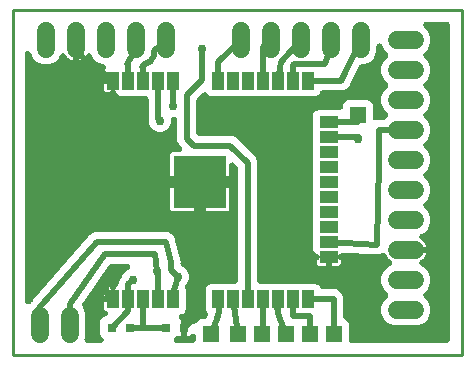
<source format=gbr>
G04 EAGLE Gerber X2 export*
%TF.Part,Single*%
%TF.FileFunction,Copper,L1,Top,Mixed*%
%TF.FilePolarity,Positive*%
%TF.GenerationSoftware,Autodesk,EAGLE,8.7.0*%
%TF.CreationDate,2021-03-05T05:11:20Z*%
G75*
%MOMM*%
%FSLAX34Y34*%
%LPD*%
%AMOC8*
5,1,8,0,0,1.08239X$1,22.5*%
G01*
%ADD10C,1.524000*%
%ADD11R,0.800000X0.800000*%
%ADD12R,1.000000X1.500000*%
%ADD13R,1.500000X1.000000*%
%ADD14R,4.500000X4.500000*%
%ADD15R,1.400000X1.400000*%
%ADD16C,0.508000*%
%ADD17C,0.756400*%
%ADD18C,0.254000*%

G36*
X188107Y10164D02*
X188107Y10164D01*
X188141Y10162D01*
X188330Y10184D01*
X188521Y10201D01*
X188554Y10210D01*
X188588Y10214D01*
X188771Y10269D01*
X188955Y10319D01*
X188986Y10334D01*
X189019Y10344D01*
X189190Y10431D01*
X189362Y10513D01*
X189390Y10533D01*
X189421Y10548D01*
X189573Y10664D01*
X189728Y10775D01*
X189752Y10800D01*
X189779Y10820D01*
X189908Y10960D01*
X190042Y11097D01*
X190061Y11126D01*
X190085Y11152D01*
X190187Y11313D01*
X190294Y11470D01*
X190308Y11502D01*
X190326Y11531D01*
X190399Y11708D01*
X190476Y11882D01*
X190484Y11916D01*
X190497Y11948D01*
X190537Y12135D01*
X190583Y12320D01*
X190585Y12354D01*
X190592Y12388D01*
X190611Y12700D01*
X190611Y15408D01*
X190600Y15537D01*
X190598Y15667D01*
X190580Y15761D01*
X190571Y15856D01*
X190537Y15982D01*
X190512Y16109D01*
X190478Y16199D01*
X190453Y16291D01*
X190397Y16408D01*
X190350Y16529D01*
X190300Y16611D01*
X190259Y16697D01*
X190184Y16803D01*
X190116Y16914D01*
X190053Y16986D01*
X189997Y17063D01*
X189904Y17154D01*
X189818Y17252D01*
X189743Y17311D01*
X189675Y17377D01*
X189567Y17450D01*
X189465Y17531D01*
X189381Y17576D01*
X189302Y17630D01*
X189183Y17682D01*
X189068Y17744D01*
X188977Y17773D01*
X188890Y17812D01*
X188763Y17843D01*
X188640Y17883D01*
X188545Y17896D01*
X188452Y17918D01*
X188323Y17926D01*
X188194Y17944D01*
X188098Y17940D01*
X188003Y17946D01*
X187874Y17931D01*
X187744Y17926D01*
X187651Y17905D01*
X187556Y17894D01*
X187431Y17856D01*
X187304Y17828D01*
X187216Y17791D01*
X187125Y17764D01*
X187009Y17705D01*
X186889Y17655D01*
X186809Y17603D01*
X186723Y17559D01*
X186620Y17481D01*
X186511Y17410D01*
X186413Y17324D01*
X186365Y17287D01*
X186334Y17254D01*
X186276Y17203D01*
X185900Y16827D01*
X185321Y16492D01*
X184675Y16319D01*
X182879Y16319D01*
X182879Y22860D01*
X182879Y29401D01*
X184675Y29401D01*
X185321Y29228D01*
X185900Y28893D01*
X186373Y28420D01*
X186875Y27551D01*
X186937Y27463D01*
X187004Y27347D01*
X187050Y27294D01*
X187089Y27235D01*
X187119Y27203D01*
X187134Y27183D01*
X187205Y27112D01*
X187297Y27005D01*
X187351Y26960D01*
X187399Y26909D01*
X187438Y26881D01*
X187453Y26866D01*
X187532Y26812D01*
X187645Y26719D01*
X187706Y26685D01*
X187763Y26643D01*
X187809Y26621D01*
X187824Y26610D01*
X187906Y26573D01*
X188038Y26500D01*
X188104Y26477D01*
X188167Y26446D01*
X188220Y26431D01*
X188234Y26424D01*
X188315Y26404D01*
X188317Y26403D01*
X188463Y26353D01*
X188533Y26342D01*
X188600Y26323D01*
X188657Y26317D01*
X188671Y26314D01*
X188744Y26309D01*
X188755Y26307D01*
X188908Y26284D01*
X188978Y26285D01*
X189048Y26278D01*
X189107Y26283D01*
X189120Y26282D01*
X189188Y26289D01*
X189204Y26290D01*
X189358Y26294D01*
X189427Y26308D01*
X189497Y26314D01*
X189555Y26329D01*
X189568Y26330D01*
X189631Y26349D01*
X189648Y26353D01*
X189800Y26384D01*
X189865Y26410D01*
X189933Y26428D01*
X189987Y26453D01*
X190000Y26456D01*
X190061Y26487D01*
X190074Y26493D01*
X190218Y26550D01*
X190278Y26587D01*
X190342Y26617D01*
X190390Y26651D01*
X190403Y26657D01*
X190462Y26701D01*
X190469Y26706D01*
X190601Y26788D01*
X190653Y26835D01*
X190710Y26875D01*
X190751Y26916D01*
X190764Y26926D01*
X190820Y26986D01*
X190935Y27089D01*
X190978Y27145D01*
X191028Y27195D01*
X191060Y27241D01*
X191072Y27254D01*
X191119Y27326D01*
X191211Y27445D01*
X191244Y27507D01*
X191284Y27565D01*
X191312Y27624D01*
X191317Y27632D01*
X191325Y27650D01*
X191418Y27840D01*
X191420Y27844D01*
X191420Y27845D01*
X191421Y27846D01*
X191462Y27946D01*
X193034Y29518D01*
X195088Y30369D01*
X197761Y30369D01*
X197764Y30369D01*
X197766Y30369D01*
X197989Y30389D01*
X198210Y30409D01*
X198212Y30409D01*
X198214Y30409D01*
X198431Y30469D01*
X198644Y30527D01*
X198646Y30528D01*
X198649Y30529D01*
X198857Y30628D01*
X199051Y30721D01*
X199053Y30722D01*
X199055Y30723D01*
X199239Y30855D01*
X199417Y30983D01*
X199419Y30984D01*
X199420Y30986D01*
X199569Y31139D01*
X199731Y31305D01*
X199732Y31307D01*
X199734Y31309D01*
X199858Y31493D01*
X199983Y31678D01*
X199984Y31681D01*
X199985Y31682D01*
X200119Y31965D01*
X200672Y33348D01*
X200728Y33535D01*
X200790Y33723D01*
X200793Y33752D01*
X200802Y33779D01*
X200824Y33974D01*
X200851Y34169D01*
X200850Y34198D01*
X200853Y34226D01*
X200841Y34423D01*
X200832Y34619D01*
X200826Y34647D01*
X200824Y34676D01*
X200778Y34866D01*
X200735Y35059D01*
X200724Y35085D01*
X200717Y35113D01*
X200637Y35292D01*
X200561Y35474D01*
X200546Y35498D01*
X200534Y35524D01*
X200424Y35687D01*
X200317Y35852D01*
X200294Y35878D01*
X200281Y35897D01*
X200241Y35938D01*
X200110Y36086D01*
X199662Y36534D01*
X198811Y38588D01*
X198811Y55812D01*
X199662Y57866D01*
X201234Y59438D01*
X203288Y60289D01*
X223704Y60289D01*
X223739Y60292D01*
X223773Y60290D01*
X223962Y60312D01*
X224153Y60329D01*
X224186Y60338D01*
X224220Y60342D01*
X224403Y60397D01*
X224587Y60447D01*
X224618Y60462D01*
X224651Y60472D01*
X224822Y60559D01*
X224994Y60641D01*
X225022Y60661D01*
X225053Y60676D01*
X225205Y60792D01*
X225360Y60903D01*
X225384Y60928D01*
X225411Y60948D01*
X225540Y61088D01*
X225674Y61225D01*
X225693Y61254D01*
X225717Y61280D01*
X225819Y61441D01*
X225926Y61598D01*
X225940Y61630D01*
X225958Y61659D01*
X226031Y61836D01*
X226108Y62010D01*
X226116Y62044D01*
X226129Y62076D01*
X226169Y62263D01*
X226215Y62448D01*
X226217Y62482D01*
X226224Y62516D01*
X226243Y62828D01*
X226243Y158004D01*
X226229Y158168D01*
X226222Y158332D01*
X226209Y158392D01*
X226203Y158452D01*
X226160Y158611D01*
X226124Y158772D01*
X226101Y158828D01*
X226085Y158887D01*
X226014Y159035D01*
X225951Y159187D01*
X225918Y159238D01*
X225891Y159293D01*
X225796Y159427D01*
X225706Y159565D01*
X225655Y159623D01*
X225629Y159660D01*
X225586Y159702D01*
X225500Y159799D01*
X223176Y162123D01*
X223076Y162207D01*
X222983Y162298D01*
X222903Y162351D01*
X222830Y162412D01*
X222717Y162477D01*
X222610Y162550D01*
X222522Y162588D01*
X222439Y162636D01*
X222317Y162679D01*
X222198Y162732D01*
X222105Y162755D01*
X222015Y162787D01*
X221887Y162808D01*
X221760Y162839D01*
X221665Y162844D01*
X221571Y162860D01*
X221441Y162858D01*
X221311Y162866D01*
X221216Y162855D01*
X221120Y162854D01*
X220993Y162829D01*
X220864Y162814D01*
X220772Y162787D01*
X220678Y162768D01*
X220557Y162722D01*
X220433Y162684D01*
X220347Y162640D01*
X220258Y162606D01*
X220147Y162539D01*
X220031Y162480D01*
X219955Y162422D01*
X219874Y162372D01*
X219776Y162286D01*
X219673Y162208D01*
X219608Y162137D01*
X219536Y162074D01*
X219456Y161972D01*
X219367Y161876D01*
X219316Y161796D01*
X219257Y161721D01*
X219196Y161606D01*
X219126Y161497D01*
X219089Y161408D01*
X219044Y161324D01*
X219004Y161200D01*
X218955Y161080D01*
X218935Y160987D01*
X218905Y160896D01*
X218887Y160767D01*
X218860Y160640D01*
X218852Y160510D01*
X218844Y160450D01*
X218845Y160405D01*
X218841Y160328D01*
X218841Y151579D01*
X196340Y151579D01*
X196306Y151576D01*
X196271Y151578D01*
X196082Y151556D01*
X195892Y151539D01*
X195858Y151530D01*
X195824Y151526D01*
X195641Y151471D01*
X195457Y151421D01*
X195426Y151406D01*
X195393Y151396D01*
X195222Y151309D01*
X195051Y151227D01*
X195023Y151207D01*
X194992Y151191D01*
X194840Y151076D01*
X194685Y150965D01*
X194660Y150940D01*
X194633Y150919D01*
X194504Y150779D01*
X194370Y150643D01*
X194351Y150614D01*
X194328Y150588D01*
X194225Y150427D01*
X194118Y150269D01*
X194104Y150238D01*
X194086Y150209D01*
X194013Y150032D01*
X193936Y149858D01*
X193928Y149824D01*
X193915Y149792D01*
X193875Y149605D01*
X193830Y149420D01*
X193827Y149386D01*
X193820Y149352D01*
X193801Y149040D01*
X193801Y146499D01*
X193799Y146499D01*
X193799Y149040D01*
X193796Y149074D01*
X193798Y149109D01*
X193776Y149298D01*
X193759Y149488D01*
X193750Y149522D01*
X193746Y149556D01*
X193691Y149739D01*
X193641Y149923D01*
X193626Y149954D01*
X193616Y149987D01*
X193529Y150158D01*
X193447Y150329D01*
X193427Y150358D01*
X193411Y150388D01*
X193296Y150540D01*
X193185Y150696D01*
X193160Y150720D01*
X193139Y150747D01*
X192999Y150876D01*
X192863Y151010D01*
X192834Y151029D01*
X192808Y151052D01*
X192647Y151155D01*
X192489Y151262D01*
X192458Y151276D01*
X192429Y151294D01*
X192252Y151367D01*
X192078Y151444D01*
X192044Y151452D01*
X192012Y151465D01*
X191825Y151505D01*
X191640Y151551D01*
X191606Y151553D01*
X191572Y151560D01*
X191260Y151579D01*
X168759Y151579D01*
X168759Y169335D01*
X168932Y169981D01*
X169267Y170560D01*
X169740Y171033D01*
X170319Y171368D01*
X170965Y171541D01*
X176593Y171541D01*
X176723Y171552D01*
X176853Y171554D01*
X176946Y171572D01*
X177042Y171581D01*
X177167Y171615D01*
X177295Y171640D01*
X177384Y171674D01*
X177476Y171699D01*
X177593Y171755D01*
X177715Y171802D01*
X177797Y171852D01*
X177883Y171893D01*
X177988Y171968D01*
X178100Y172036D01*
X178171Y172099D01*
X178249Y172155D01*
X178340Y172248D01*
X178437Y172334D01*
X178496Y172409D01*
X178563Y172477D01*
X178636Y172585D01*
X178716Y172687D01*
X178762Y172771D01*
X178815Y172850D01*
X178868Y172969D01*
X178929Y173084D01*
X178959Y173175D01*
X178997Y173262D01*
X179028Y173389D01*
X179068Y173512D01*
X179081Y173607D01*
X179104Y173700D01*
X179112Y173829D01*
X179130Y173958D01*
X179126Y174054D01*
X179132Y174149D01*
X179117Y174278D01*
X179111Y174408D01*
X179091Y174501D01*
X179079Y174596D01*
X179042Y174721D01*
X179014Y174848D01*
X178977Y174936D01*
X178949Y175027D01*
X178890Y175143D01*
X178840Y175263D01*
X178788Y175343D01*
X178745Y175429D01*
X178666Y175532D01*
X178596Y175641D01*
X178510Y175739D01*
X178473Y175787D01*
X178440Y175818D01*
X178389Y175876D01*
X175989Y178275D01*
X174751Y181263D01*
X174751Y198910D01*
X174748Y198945D01*
X174750Y198979D01*
X174728Y199168D01*
X174711Y199359D01*
X174702Y199392D01*
X174698Y199426D01*
X174643Y199609D01*
X174593Y199793D01*
X174578Y199824D01*
X174568Y199857D01*
X174481Y200028D01*
X174399Y200200D01*
X174379Y200228D01*
X174364Y200259D01*
X174248Y200411D01*
X174137Y200566D01*
X174112Y200590D01*
X174092Y200617D01*
X173952Y200746D01*
X173815Y200880D01*
X173786Y200899D01*
X173760Y200923D01*
X173599Y201025D01*
X173442Y201132D01*
X173410Y201146D01*
X173381Y201164D01*
X173204Y201237D01*
X173030Y201314D01*
X172996Y201322D01*
X172964Y201335D01*
X172777Y201375D01*
X172592Y201421D01*
X172558Y201423D01*
X172524Y201430D01*
X172212Y201449D01*
X171930Y201449D01*
X171895Y201446D01*
X171861Y201448D01*
X171672Y201426D01*
X171481Y201409D01*
X171448Y201400D01*
X171414Y201396D01*
X171231Y201341D01*
X171047Y201291D01*
X171016Y201276D01*
X170983Y201266D01*
X170812Y201179D01*
X170640Y201097D01*
X170612Y201077D01*
X170581Y201062D01*
X170429Y200946D01*
X170274Y200835D01*
X170250Y200810D01*
X170223Y200790D01*
X170094Y200650D01*
X169960Y200513D01*
X169941Y200484D01*
X169917Y200458D01*
X169815Y200297D01*
X169708Y200140D01*
X169694Y200108D01*
X169676Y200079D01*
X169603Y199902D01*
X169526Y199728D01*
X169518Y199694D01*
X169505Y199662D01*
X169465Y199475D01*
X169419Y199290D01*
X169417Y199256D01*
X169410Y199222D01*
X169391Y198910D01*
X169391Y196256D01*
X167964Y192812D01*
X165328Y190176D01*
X161884Y188749D01*
X158156Y188749D01*
X154712Y190176D01*
X152076Y192812D01*
X150649Y196256D01*
X150649Y196988D01*
X150639Y197105D01*
X150639Y197222D01*
X150619Y197328D01*
X150609Y197437D01*
X150579Y197550D01*
X150558Y197664D01*
X150507Y197810D01*
X150491Y197871D01*
X150475Y197904D01*
X150471Y197915D01*
X150471Y216572D01*
X150468Y216607D01*
X150470Y216641D01*
X150448Y216830D01*
X150431Y217021D01*
X150422Y217054D01*
X150418Y217088D01*
X150363Y217271D01*
X150313Y217455D01*
X150298Y217486D01*
X150288Y217519D01*
X150201Y217690D01*
X150119Y217862D01*
X150099Y217890D01*
X150084Y217921D01*
X149968Y218073D01*
X149857Y218228D01*
X149832Y218252D01*
X149812Y218279D01*
X149672Y218408D01*
X149535Y218542D01*
X149506Y218561D01*
X149480Y218585D01*
X149319Y218687D01*
X149162Y218794D01*
X149130Y218808D01*
X149101Y218826D01*
X148924Y218899D01*
X148750Y218976D01*
X148716Y218984D01*
X148684Y218997D01*
X148497Y219037D01*
X148312Y219083D01*
X148278Y219085D01*
X148244Y219092D01*
X147932Y219111D01*
X127088Y219111D01*
X125034Y219962D01*
X123581Y221416D01*
X123455Y221521D01*
X123334Y221633D01*
X123282Y221665D01*
X123235Y221704D01*
X123093Y221786D01*
X123039Y221820D01*
X123039Y222050D01*
X123032Y222134D01*
X123034Y222218D01*
X123012Y222358D01*
X122999Y222498D01*
X122977Y222580D01*
X122964Y222663D01*
X122892Y222891D01*
X122881Y222933D01*
X122876Y222944D01*
X122870Y222961D01*
X122870Y222962D01*
X122777Y223152D01*
X122687Y223340D01*
X122678Y223352D01*
X122672Y223366D01*
X122547Y223536D01*
X122425Y223706D01*
X122414Y223717D01*
X122405Y223729D01*
X122253Y223873D01*
X122102Y224020D01*
X122090Y224029D01*
X122079Y224039D01*
X121903Y224155D01*
X121729Y224272D01*
X121715Y224278D01*
X121702Y224287D01*
X121510Y224369D01*
X121318Y224454D01*
X121303Y224458D01*
X121289Y224464D01*
X121084Y224511D01*
X120880Y224561D01*
X120865Y224562D01*
X120850Y224565D01*
X120641Y224576D01*
X120431Y224589D01*
X120415Y224587D01*
X120400Y224588D01*
X120194Y224561D01*
X119984Y224537D01*
X119969Y224532D01*
X119954Y224530D01*
X119755Y224468D01*
X119553Y224406D01*
X119539Y224399D01*
X119524Y224395D01*
X119338Y224297D01*
X119151Y224202D01*
X119139Y224193D01*
X119125Y224186D01*
X118959Y224056D01*
X118792Y223930D01*
X118782Y223919D01*
X118770Y223909D01*
X118629Y223753D01*
X118487Y223599D01*
X118479Y223586D01*
X118469Y223575D01*
X118358Y223396D01*
X118245Y223219D01*
X118240Y223205D01*
X118232Y223192D01*
X118154Y222996D01*
X118075Y222803D01*
X118071Y222788D01*
X118066Y222773D01*
X118024Y222568D01*
X117980Y222362D01*
X117979Y222344D01*
X117976Y222332D01*
X117975Y222289D01*
X117967Y222159D01*
X115165Y222159D01*
X114519Y222332D01*
X113940Y222667D01*
X113467Y223140D01*
X113132Y223719D01*
X112959Y224365D01*
X112959Y229661D01*
X120072Y229661D01*
X120107Y229664D01*
X120141Y229662D01*
X120330Y229684D01*
X120521Y229700D01*
X120554Y229710D01*
X120588Y229714D01*
X120771Y229769D01*
X120955Y229819D01*
X120986Y229834D01*
X121019Y229844D01*
X121190Y229931D01*
X121362Y230012D01*
X121390Y230033D01*
X121421Y230048D01*
X121573Y230163D01*
X121728Y230275D01*
X121752Y230299D01*
X121779Y230320D01*
X121908Y230460D01*
X122042Y230597D01*
X122061Y230626D01*
X122085Y230651D01*
X122187Y230812D01*
X122294Y230970D01*
X122308Y231002D01*
X122326Y231031D01*
X122399Y231208D01*
X122476Y231382D01*
X122484Y231416D01*
X122497Y231448D01*
X122537Y231634D01*
X122583Y231819D01*
X122585Y231854D01*
X122592Y231888D01*
X122611Y232200D01*
X122608Y232235D01*
X122610Y232269D01*
X122588Y232459D01*
X122571Y232649D01*
X122562Y232682D01*
X122558Y232716D01*
X122503Y232899D01*
X122453Y233083D01*
X122438Y233114D01*
X122428Y233147D01*
X122341Y233318D01*
X122259Y233490D01*
X122239Y233518D01*
X122224Y233549D01*
X122108Y233701D01*
X121997Y233856D01*
X121972Y233880D01*
X121952Y233907D01*
X121812Y234037D01*
X121675Y234170D01*
X121646Y234189D01*
X121620Y234213D01*
X121459Y234315D01*
X121302Y234422D01*
X121270Y234436D01*
X121241Y234454D01*
X121064Y234527D01*
X120890Y234604D01*
X120856Y234612D01*
X120824Y234625D01*
X120637Y234666D01*
X120452Y234711D01*
X120418Y234713D01*
X120384Y234720D01*
X120072Y234739D01*
X112959Y234739D01*
X112959Y240035D01*
X113132Y240681D01*
X113467Y241260D01*
X113743Y241536D01*
X113827Y241636D01*
X113917Y241729D01*
X113971Y241809D01*
X114032Y241882D01*
X114097Y241995D01*
X114170Y242102D01*
X114208Y242190D01*
X114256Y242273D01*
X114299Y242395D01*
X114352Y242514D01*
X114374Y242607D01*
X114406Y242697D01*
X114428Y242825D01*
X114458Y242952D01*
X114464Y243047D01*
X114480Y243141D01*
X114478Y243271D01*
X114486Y243401D01*
X114475Y243496D01*
X114474Y243591D01*
X114449Y243719D01*
X114434Y243848D01*
X114406Y243940D01*
X114388Y244034D01*
X114341Y244155D01*
X114304Y244279D01*
X114260Y244364D01*
X114226Y244454D01*
X114158Y244565D01*
X114099Y244681D01*
X114042Y244757D01*
X113992Y244838D01*
X113906Y244936D01*
X113827Y245039D01*
X113757Y245104D01*
X113694Y245176D01*
X113592Y245256D01*
X113496Y245345D01*
X113416Y245396D01*
X113341Y245455D01*
X113226Y245517D01*
X113116Y245586D01*
X113028Y245623D01*
X112944Y245668D01*
X112820Y245708D01*
X112700Y245757D01*
X112607Y245777D01*
X112516Y245807D01*
X112387Y245825D01*
X112260Y245852D01*
X112130Y245860D01*
X112070Y245868D01*
X112025Y245867D01*
X111948Y245871D01*
X111673Y245871D01*
X106818Y247882D01*
X103102Y251598D01*
X102246Y253666D01*
X102232Y253693D01*
X102222Y253721D01*
X102128Y253892D01*
X102037Y254065D01*
X102019Y254089D01*
X102004Y254115D01*
X101881Y254266D01*
X101761Y254421D01*
X101739Y254441D01*
X101720Y254465D01*
X101572Y254592D01*
X101427Y254722D01*
X101401Y254738D01*
X101378Y254758D01*
X101210Y254858D01*
X101045Y254960D01*
X101017Y254972D01*
X100990Y254987D01*
X100807Y255055D01*
X100627Y255127D01*
X100597Y255133D01*
X100568Y255144D01*
X100377Y255178D01*
X100185Y255217D01*
X100155Y255218D01*
X100125Y255223D01*
X99931Y255223D01*
X99735Y255228D01*
X99705Y255223D01*
X99675Y255223D01*
X99484Y255189D01*
X99290Y255159D01*
X99261Y255149D01*
X99232Y255144D01*
X99049Y255076D01*
X98865Y255013D01*
X98838Y254998D01*
X98809Y254987D01*
X98642Y254888D01*
X98471Y254793D01*
X98448Y254774D01*
X98422Y254759D01*
X98274Y254632D01*
X98123Y254508D01*
X98103Y254485D01*
X98080Y254465D01*
X97957Y254314D01*
X97830Y254166D01*
X97815Y254140D01*
X97796Y254116D01*
X97637Y253847D01*
X97590Y253755D01*
X96650Y252461D01*
X95519Y251330D01*
X94225Y250390D01*
X92800Y249664D01*
X91439Y249221D01*
X91439Y266700D01*
X91436Y266734D01*
X91438Y266769D01*
X91416Y266958D01*
X91399Y267148D01*
X91390Y267182D01*
X91386Y267216D01*
X91331Y267399D01*
X91281Y267583D01*
X91266Y267614D01*
X91256Y267647D01*
X91169Y267818D01*
X91088Y267989D01*
X91067Y268017D01*
X91052Y268048D01*
X90936Y268200D01*
X90825Y268355D01*
X90801Y268379D01*
X90780Y268407D01*
X90640Y268536D01*
X90503Y268669D01*
X90474Y268689D01*
X90449Y268712D01*
X90288Y268815D01*
X90130Y268921D01*
X90098Y268935D01*
X90069Y268954D01*
X89892Y269026D01*
X89718Y269104D01*
X89684Y269112D01*
X89652Y269125D01*
X89466Y269165D01*
X89280Y269210D01*
X89246Y269212D01*
X89212Y269220D01*
X88900Y269239D01*
X88865Y269236D01*
X88831Y269238D01*
X88641Y269216D01*
X88451Y269199D01*
X88418Y269190D01*
X88384Y269186D01*
X88201Y269131D01*
X88017Y269080D01*
X87986Y269066D01*
X87953Y269056D01*
X87782Y268969D01*
X87610Y268887D01*
X87582Y268867D01*
X87551Y268851D01*
X87399Y268736D01*
X87244Y268625D01*
X87220Y268600D01*
X87192Y268579D01*
X87063Y268439D01*
X86930Y268302D01*
X86911Y268274D01*
X86887Y268248D01*
X86785Y268087D01*
X86678Y267929D01*
X86664Y267898D01*
X86645Y267868D01*
X86573Y267692D01*
X86496Y267517D01*
X86488Y267484D01*
X86475Y267452D01*
X86434Y267265D01*
X86389Y267080D01*
X86387Y267046D01*
X86380Y267012D01*
X86361Y266700D01*
X86361Y249221D01*
X85000Y249664D01*
X83575Y250390D01*
X82281Y251330D01*
X81150Y252461D01*
X80210Y253755D01*
X80163Y253847D01*
X80147Y253873D01*
X80135Y253900D01*
X80028Y254062D01*
X79924Y254228D01*
X79903Y254251D01*
X79886Y254276D01*
X79752Y254417D01*
X79621Y254561D01*
X79597Y254580D01*
X79576Y254602D01*
X79418Y254717D01*
X79264Y254836D01*
X79237Y254850D01*
X79212Y254868D01*
X79038Y254953D01*
X78864Y255043D01*
X78835Y255052D01*
X78808Y255066D01*
X78621Y255119D01*
X78434Y255176D01*
X78404Y255180D01*
X78375Y255189D01*
X78180Y255208D01*
X77987Y255232D01*
X77957Y255230D01*
X77927Y255233D01*
X77732Y255218D01*
X77538Y255207D01*
X77508Y255200D01*
X77478Y255198D01*
X77289Y255148D01*
X77099Y255104D01*
X77072Y255092D01*
X77042Y255084D01*
X76866Y255002D01*
X76686Y254924D01*
X76661Y254907D01*
X76634Y254895D01*
X76474Y254783D01*
X76312Y254675D01*
X76290Y254654D01*
X76265Y254636D01*
X76128Y254498D01*
X75987Y254363D01*
X75969Y254338D01*
X75947Y254317D01*
X75837Y254157D01*
X75722Y253999D01*
X75709Y253972D01*
X75691Y253947D01*
X75554Y253666D01*
X74698Y251598D01*
X70982Y247882D01*
X66127Y245871D01*
X60873Y245871D01*
X56018Y247882D01*
X52302Y251598D01*
X50606Y255693D01*
X50524Y255851D01*
X50447Y256011D01*
X50420Y256050D01*
X50397Y256092D01*
X50289Y256232D01*
X50185Y256377D01*
X50151Y256410D01*
X50122Y256448D01*
X49990Y256567D01*
X49863Y256691D01*
X49823Y256718D01*
X49787Y256750D01*
X49637Y256844D01*
X49490Y256943D01*
X49446Y256962D01*
X49405Y256988D01*
X49240Y257053D01*
X49078Y257125D01*
X49031Y257137D01*
X48987Y257154D01*
X48813Y257190D01*
X48640Y257232D01*
X48593Y257235D01*
X48546Y257244D01*
X48368Y257249D01*
X48191Y257260D01*
X48143Y257254D01*
X48096Y257255D01*
X47920Y257228D01*
X47744Y257207D01*
X47698Y257194D01*
X47651Y257186D01*
X47483Y257129D01*
X47313Y257077D01*
X47270Y257055D01*
X47225Y257040D01*
X47070Y256953D01*
X46911Y256873D01*
X46873Y256844D01*
X46832Y256821D01*
X46694Y256708D01*
X46553Y256601D01*
X46520Y256566D01*
X46483Y256535D01*
X46368Y256400D01*
X46247Y256270D01*
X46222Y256229D01*
X46191Y256193D01*
X46101Y256040D01*
X46006Y255890D01*
X45987Y255846D01*
X45963Y255804D01*
X45902Y255638D01*
X45835Y255473D01*
X45825Y255427D01*
X45808Y255382D01*
X45777Y255207D01*
X45740Y255033D01*
X45736Y254974D01*
X45730Y254938D01*
X45730Y254875D01*
X45721Y254721D01*
X45721Y45131D01*
X45732Y45001D01*
X45734Y44871D01*
X45752Y44778D01*
X45761Y44682D01*
X45795Y44557D01*
X45820Y44429D01*
X45854Y44340D01*
X45879Y44248D01*
X45935Y44131D01*
X45982Y44009D01*
X46032Y43928D01*
X46073Y43841D01*
X46148Y43736D01*
X46216Y43625D01*
X46279Y43553D01*
X46335Y43475D01*
X46428Y43385D01*
X46514Y43287D01*
X46589Y43228D01*
X46657Y43161D01*
X46765Y43089D01*
X46867Y43008D01*
X46951Y42963D01*
X47030Y42909D01*
X47149Y42857D01*
X47264Y42795D01*
X47355Y42766D01*
X47442Y42727D01*
X47569Y42696D01*
X47692Y42656D01*
X47787Y42643D01*
X47880Y42620D01*
X48009Y42612D01*
X48138Y42595D01*
X48234Y42599D01*
X48329Y42593D01*
X48458Y42608D01*
X48588Y42613D01*
X48681Y42634D01*
X48776Y42645D01*
X48901Y42682D01*
X49028Y42711D01*
X49116Y42747D01*
X49207Y42775D01*
X49323Y42834D01*
X49443Y42884D01*
X49523Y42936D01*
X49609Y42979D01*
X49712Y43058D01*
X49821Y43128D01*
X49919Y43215D01*
X49967Y43251D01*
X49998Y43284D01*
X50056Y43335D01*
X50968Y44248D01*
X51020Y44278D01*
X51179Y44361D01*
X51216Y44389D01*
X51256Y44412D01*
X51394Y44527D01*
X51535Y44637D01*
X51566Y44671D01*
X51602Y44701D01*
X51809Y44935D01*
X52545Y45877D01*
X52671Y45964D01*
X52710Y46002D01*
X52753Y46035D01*
X52972Y46258D01*
X99203Y99743D01*
X99218Y99763D01*
X99235Y99781D01*
X99349Y99945D01*
X99466Y100108D01*
X99477Y100131D01*
X99491Y100151D01*
X99574Y100321D01*
X100457Y101204D01*
X100495Y101250D01*
X100583Y101339D01*
X101402Y102286D01*
X101505Y102353D01*
X101675Y102459D01*
X101694Y102475D01*
X101715Y102489D01*
X101856Y102614D01*
X103010Y103092D01*
X103063Y103119D01*
X103178Y103168D01*
X104297Y103730D01*
X104419Y103753D01*
X104616Y103785D01*
X104639Y103793D01*
X104664Y103797D01*
X104842Y103859D01*
X106091Y103859D01*
X106151Y103864D01*
X106276Y103865D01*
X107525Y103956D01*
X107645Y103930D01*
X107840Y103884D01*
X107865Y103883D01*
X107889Y103878D01*
X108201Y103859D01*
X163595Y103859D01*
X163759Y103873D01*
X163924Y103880D01*
X163999Y103895D01*
X164043Y103899D01*
X164102Y103915D01*
X164231Y103940D01*
X164481Y104005D01*
X165345Y103883D01*
X165366Y103882D01*
X165386Y103878D01*
X165698Y103859D01*
X166570Y103859D01*
X166809Y103760D01*
X166967Y103710D01*
X167122Y103654D01*
X167196Y103638D01*
X167238Y103625D01*
X167299Y103617D01*
X167428Y103591D01*
X167684Y103555D01*
X168435Y103113D01*
X168454Y103104D01*
X168471Y103092D01*
X168752Y102955D01*
X169558Y102621D01*
X169740Y102439D01*
X169867Y102333D01*
X169989Y102221D01*
X170052Y102178D01*
X170086Y102150D01*
X170139Y102119D01*
X170248Y102046D01*
X170471Y101915D01*
X170996Y101218D01*
X171010Y101203D01*
X171021Y101185D01*
X171228Y100951D01*
X171845Y100334D01*
X171943Y100096D01*
X172020Y99949D01*
X172089Y99800D01*
X172131Y99736D01*
X172152Y99697D01*
X172189Y99648D01*
X172262Y99539D01*
X172417Y99333D01*
X172636Y98488D01*
X172643Y98468D01*
X172647Y98448D01*
X172748Y98153D01*
X173082Y97347D01*
X173082Y97089D01*
X173097Y96924D01*
X173104Y96759D01*
X173118Y96684D01*
X173122Y96640D01*
X173138Y96581D01*
X173163Y96452D01*
X177073Y81351D01*
X177080Y81332D01*
X177083Y81312D01*
X177185Y81016D01*
X177519Y80210D01*
X177519Y79952D01*
X177533Y79787D01*
X177540Y79622D01*
X177555Y79548D01*
X177559Y79503D01*
X177575Y79444D01*
X177600Y79316D01*
X177665Y79065D01*
X177543Y78201D01*
X177542Y78181D01*
X177538Y78161D01*
X177519Y77849D01*
X177519Y76944D01*
X177538Y76732D01*
X177554Y76521D01*
X177557Y76509D01*
X177559Y76495D01*
X177615Y76290D01*
X177668Y76086D01*
X177674Y76074D01*
X177677Y76061D01*
X177768Y75871D01*
X177857Y75677D01*
X177865Y75666D01*
X177871Y75654D01*
X177993Y75483D01*
X178116Y75308D01*
X178125Y75299D01*
X178133Y75288D01*
X178285Y75140D01*
X178435Y74991D01*
X178446Y74984D01*
X178455Y74974D01*
X178631Y74855D01*
X178805Y74735D01*
X178820Y74728D01*
X178828Y74722D01*
X178864Y74706D01*
X179086Y74598D01*
X180568Y73984D01*
X183204Y71348D01*
X184631Y67904D01*
X184631Y64176D01*
X183204Y60732D01*
X182218Y59745D01*
X182198Y59722D01*
X182176Y59703D01*
X182054Y59550D01*
X181929Y59400D01*
X181914Y59374D01*
X181895Y59351D01*
X181802Y59178D01*
X181705Y59009D01*
X181695Y58981D01*
X181681Y58955D01*
X181575Y58661D01*
X181467Y58290D01*
X181462Y58264D01*
X181453Y58240D01*
X181419Y58043D01*
X181380Y57848D01*
X181380Y57822D01*
X181375Y57796D01*
X181376Y57597D01*
X181372Y57398D01*
X181376Y57372D01*
X181377Y57346D01*
X181412Y57150D01*
X181444Y56954D01*
X181453Y56929D01*
X181457Y56903D01*
X181559Y56607D01*
X181889Y55812D01*
X181889Y38588D01*
X181038Y36534D01*
X179466Y34962D01*
X177833Y34286D01*
X177676Y34204D01*
X177516Y34127D01*
X177477Y34100D01*
X177434Y34077D01*
X177294Y33969D01*
X177149Y33865D01*
X177116Y33831D01*
X177078Y33802D01*
X176959Y33670D01*
X176835Y33543D01*
X176809Y33503D01*
X176777Y33467D01*
X176683Y33317D01*
X176583Y33170D01*
X176564Y33126D01*
X176539Y33085D01*
X176473Y32920D01*
X176401Y32758D01*
X176390Y32711D01*
X176372Y32667D01*
X176337Y32493D01*
X176294Y32320D01*
X176292Y32273D01*
X176282Y32226D01*
X176278Y32048D01*
X176267Y31871D01*
X176272Y31823D01*
X176271Y31776D01*
X176298Y31600D01*
X176319Y31424D01*
X176333Y31378D01*
X176340Y31331D01*
X176398Y31162D01*
X176449Y30993D01*
X176471Y30950D01*
X176486Y30905D01*
X176573Y30750D01*
X176653Y30591D01*
X176682Y30553D01*
X176706Y30512D01*
X176818Y30374D01*
X176925Y30233D01*
X176961Y30200D01*
X176991Y30163D01*
X177126Y30048D01*
X177257Y29927D01*
X177297Y29902D01*
X177333Y29871D01*
X177487Y29781D01*
X177636Y29686D01*
X177681Y29667D01*
X177722Y29643D01*
X177801Y29614D01*
X177801Y22860D01*
X177801Y16319D01*
X175899Y16319D01*
X175762Y16343D01*
X175716Y16343D01*
X175670Y16349D01*
X175490Y16342D01*
X175312Y16341D01*
X175266Y16333D01*
X175220Y16331D01*
X175045Y16292D01*
X174869Y16260D01*
X174825Y16244D01*
X174780Y16234D01*
X174615Y16165D01*
X174447Y16102D01*
X174408Y16078D01*
X174365Y16060D01*
X174214Y15963D01*
X174060Y15871D01*
X174025Y15841D01*
X173986Y15816D01*
X173752Y15609D01*
X172639Y14496D01*
X172556Y14396D01*
X172465Y14303D01*
X172412Y14223D01*
X172350Y14150D01*
X172286Y14037D01*
X172213Y13930D01*
X172174Y13842D01*
X172127Y13759D01*
X172083Y13637D01*
X172031Y13518D01*
X172008Y13425D01*
X171976Y13335D01*
X171955Y13206D01*
X171924Y13080D01*
X171918Y12985D01*
X171903Y12891D01*
X171904Y12760D01*
X171896Y12631D01*
X171907Y12536D01*
X171909Y12440D01*
X171933Y12313D01*
X171948Y12184D01*
X171976Y12092D01*
X171994Y11998D01*
X172041Y11877D01*
X172079Y11753D01*
X172122Y11668D01*
X172157Y11578D01*
X172224Y11467D01*
X172283Y11351D01*
X172341Y11275D01*
X172390Y11194D01*
X172477Y11096D01*
X172555Y10993D01*
X172625Y10928D01*
X172689Y10856D01*
X172790Y10776D01*
X172886Y10687D01*
X172967Y10636D01*
X173042Y10577D01*
X173156Y10516D01*
X173266Y10446D01*
X173354Y10409D01*
X173439Y10364D01*
X173562Y10324D01*
X173683Y10275D01*
X173776Y10255D01*
X173867Y10225D01*
X173996Y10207D01*
X174123Y10180D01*
X174252Y10172D01*
X174313Y10164D01*
X174358Y10165D01*
X174435Y10161D01*
X188072Y10161D01*
X188107Y10164D01*
G37*
G36*
X403135Y10164D02*
X403135Y10164D01*
X403169Y10162D01*
X403358Y10184D01*
X403549Y10201D01*
X403582Y10210D01*
X403616Y10214D01*
X403799Y10269D01*
X403983Y10319D01*
X404014Y10334D01*
X404047Y10344D01*
X404218Y10431D01*
X404390Y10513D01*
X404418Y10533D01*
X404449Y10548D01*
X404601Y10664D01*
X404756Y10775D01*
X404780Y10800D01*
X404807Y10820D01*
X404936Y10960D01*
X405070Y11097D01*
X405089Y11126D01*
X405113Y11152D01*
X405215Y11313D01*
X405322Y11470D01*
X405336Y11502D01*
X405354Y11531D01*
X405427Y11708D01*
X405504Y11882D01*
X405512Y11916D01*
X405525Y11948D01*
X405565Y12135D01*
X405611Y12320D01*
X405613Y12354D01*
X405620Y12388D01*
X405639Y12700D01*
X405639Y279300D01*
X405636Y279335D01*
X405638Y279369D01*
X405616Y279558D01*
X405599Y279749D01*
X405590Y279782D01*
X405586Y279816D01*
X405531Y279999D01*
X405481Y280183D01*
X405466Y280214D01*
X405456Y280247D01*
X405369Y280418D01*
X405287Y280590D01*
X405267Y280618D01*
X405252Y280649D01*
X405136Y280801D01*
X405025Y280956D01*
X405000Y280980D01*
X404980Y281007D01*
X404840Y281136D01*
X404703Y281270D01*
X404674Y281289D01*
X404648Y281313D01*
X404487Y281415D01*
X404330Y281522D01*
X404298Y281536D01*
X404269Y281554D01*
X404092Y281627D01*
X403918Y281704D01*
X403884Y281712D01*
X403852Y281725D01*
X403665Y281765D01*
X403480Y281811D01*
X403446Y281813D01*
X403412Y281820D01*
X403100Y281839D01*
X385591Y281839D01*
X385461Y281828D01*
X385331Y281826D01*
X385238Y281808D01*
X385142Y281799D01*
X385017Y281765D01*
X384889Y281740D01*
X384800Y281706D01*
X384708Y281681D01*
X384591Y281625D01*
X384469Y281578D01*
X384388Y281528D01*
X384301Y281487D01*
X384196Y281412D01*
X384085Y281344D01*
X384013Y281281D01*
X383935Y281225D01*
X383845Y281132D01*
X383747Y281046D01*
X383688Y280971D01*
X383621Y280903D01*
X383548Y280795D01*
X383468Y280693D01*
X383423Y280609D01*
X383369Y280530D01*
X383317Y280411D01*
X383255Y280296D01*
X383226Y280205D01*
X383187Y280118D01*
X383156Y279991D01*
X383116Y279868D01*
X383103Y279773D01*
X383080Y279680D01*
X383072Y279551D01*
X383055Y279422D01*
X383059Y279326D01*
X383053Y279231D01*
X383068Y279102D01*
X383073Y278972D01*
X383094Y278879D01*
X383105Y278784D01*
X383142Y278659D01*
X383171Y278532D01*
X383207Y278444D01*
X383235Y278353D01*
X383294Y278237D01*
X383344Y278117D01*
X383396Y278037D01*
X383439Y277951D01*
X383518Y277848D01*
X383588Y277739D01*
X383675Y277641D01*
X383711Y277593D01*
X383744Y277562D01*
X383795Y277504D01*
X387118Y274182D01*
X389129Y269327D01*
X389129Y264073D01*
X387118Y259218D01*
X383695Y255796D01*
X383673Y255769D01*
X383647Y255746D01*
X383529Y255597D01*
X383407Y255450D01*
X383389Y255420D01*
X383368Y255393D01*
X383278Y255225D01*
X383183Y255059D01*
X383172Y255027D01*
X383155Y254996D01*
X383096Y254815D01*
X383032Y254635D01*
X383027Y254601D01*
X383016Y254568D01*
X382990Y254379D01*
X382959Y254191D01*
X382959Y254156D01*
X382955Y254122D01*
X382962Y253931D01*
X382965Y253741D01*
X382972Y253706D01*
X382973Y253672D01*
X383014Y253486D01*
X383051Y253298D01*
X383063Y253266D01*
X383071Y253232D01*
X383144Y253056D01*
X383213Y252878D01*
X383231Y252849D01*
X383244Y252817D01*
X383348Y252656D01*
X383447Y252494D01*
X383470Y252468D01*
X383489Y252439D01*
X383695Y252204D01*
X387118Y248782D01*
X389129Y243927D01*
X389129Y238673D01*
X387118Y233818D01*
X383695Y230396D01*
X383673Y230369D01*
X383647Y230346D01*
X383529Y230197D01*
X383407Y230050D01*
X383389Y230020D01*
X383368Y229993D01*
X383278Y229825D01*
X383183Y229659D01*
X383172Y229627D01*
X383155Y229596D01*
X383096Y229415D01*
X383032Y229235D01*
X383027Y229201D01*
X383016Y229168D01*
X382990Y228979D01*
X382959Y228791D01*
X382959Y228756D01*
X382955Y228722D01*
X382962Y228531D01*
X382965Y228341D01*
X382972Y228306D01*
X382973Y228272D01*
X383014Y228086D01*
X383051Y227898D01*
X383063Y227866D01*
X383071Y227832D01*
X383144Y227656D01*
X383213Y227478D01*
X383231Y227449D01*
X383244Y227417D01*
X383348Y227256D01*
X383447Y227094D01*
X383470Y227068D01*
X383489Y227039D01*
X383695Y226804D01*
X387118Y223382D01*
X389129Y218527D01*
X389129Y213273D01*
X387118Y208418D01*
X383695Y204996D01*
X383673Y204969D01*
X383647Y204946D01*
X383529Y204797D01*
X383407Y204650D01*
X383389Y204620D01*
X383368Y204593D01*
X383278Y204425D01*
X383183Y204259D01*
X383172Y204227D01*
X383155Y204196D01*
X383096Y204015D01*
X383032Y203835D01*
X383027Y203801D01*
X383016Y203768D01*
X382990Y203579D01*
X382959Y203391D01*
X382959Y203356D01*
X382955Y203322D01*
X382962Y203131D01*
X382965Y202941D01*
X382972Y202906D01*
X382973Y202872D01*
X383014Y202686D01*
X383051Y202498D01*
X383063Y202466D01*
X383071Y202432D01*
X383144Y202256D01*
X383213Y202078D01*
X383231Y202049D01*
X383244Y202017D01*
X383348Y201856D01*
X383447Y201694D01*
X383470Y201668D01*
X383489Y201639D01*
X383695Y201404D01*
X387118Y197982D01*
X389129Y193127D01*
X389129Y187873D01*
X387118Y183018D01*
X383695Y179596D01*
X383673Y179569D01*
X383647Y179546D01*
X383529Y179397D01*
X383407Y179250D01*
X383389Y179220D01*
X383368Y179193D01*
X383278Y179025D01*
X383183Y178859D01*
X383172Y178827D01*
X383155Y178796D01*
X383096Y178615D01*
X383032Y178435D01*
X383027Y178401D01*
X383016Y178368D01*
X382990Y178179D01*
X382959Y177991D01*
X382959Y177956D01*
X382955Y177922D01*
X382962Y177731D01*
X382965Y177541D01*
X382972Y177506D01*
X382973Y177472D01*
X383014Y177286D01*
X383051Y177098D01*
X383063Y177066D01*
X383071Y177032D01*
X383144Y176856D01*
X383213Y176678D01*
X383231Y176649D01*
X383244Y176617D01*
X383348Y176456D01*
X383447Y176294D01*
X383470Y176268D01*
X383489Y176239D01*
X383658Y176047D01*
X383660Y176044D01*
X383662Y176042D01*
X383695Y176004D01*
X387118Y172582D01*
X389129Y167727D01*
X389129Y162473D01*
X387118Y157618D01*
X383695Y154196D01*
X383673Y154169D01*
X383647Y154146D01*
X383529Y153997D01*
X383407Y153850D01*
X383389Y153820D01*
X383368Y153793D01*
X383278Y153625D01*
X383183Y153459D01*
X383172Y153427D01*
X383155Y153396D01*
X383096Y153215D01*
X383032Y153035D01*
X383027Y153001D01*
X383016Y152968D01*
X382990Y152779D01*
X382959Y152591D01*
X382959Y152556D01*
X382955Y152522D01*
X382962Y152331D01*
X382965Y152141D01*
X382972Y152106D01*
X382973Y152072D01*
X383014Y151886D01*
X383051Y151698D01*
X383063Y151666D01*
X383071Y151632D01*
X383144Y151456D01*
X383213Y151278D01*
X383231Y151249D01*
X383244Y151217D01*
X383348Y151056D01*
X383447Y150894D01*
X383470Y150868D01*
X383489Y150839D01*
X383645Y150662D01*
X383653Y150651D01*
X383660Y150645D01*
X383695Y150604D01*
X387118Y147182D01*
X389129Y142327D01*
X389129Y137073D01*
X387118Y132218D01*
X383695Y128796D01*
X383673Y128769D01*
X383647Y128746D01*
X383529Y128597D01*
X383407Y128450D01*
X383389Y128420D01*
X383368Y128393D01*
X383278Y128225D01*
X383183Y128059D01*
X383172Y128027D01*
X383155Y127996D01*
X383096Y127815D01*
X383032Y127635D01*
X383027Y127601D01*
X383016Y127568D01*
X382990Y127379D01*
X382959Y127191D01*
X382959Y127156D01*
X382955Y127122D01*
X382962Y126931D01*
X382965Y126741D01*
X382972Y126706D01*
X382973Y126672D01*
X383014Y126486D01*
X383051Y126298D01*
X383063Y126266D01*
X383071Y126232D01*
X383144Y126056D01*
X383213Y125878D01*
X383231Y125849D01*
X383244Y125817D01*
X383348Y125656D01*
X383447Y125494D01*
X383470Y125468D01*
X383489Y125439D01*
X383632Y125276D01*
X383645Y125259D01*
X383657Y125248D01*
X383695Y125204D01*
X387118Y121782D01*
X389129Y116927D01*
X389129Y111673D01*
X387118Y106818D01*
X383402Y103102D01*
X381334Y102246D01*
X381307Y102232D01*
X381279Y102222D01*
X381108Y102128D01*
X380935Y102037D01*
X380911Y102019D01*
X380885Y102004D01*
X380734Y101881D01*
X380579Y101761D01*
X380559Y101739D01*
X380535Y101720D01*
X380408Y101572D01*
X380278Y101427D01*
X380262Y101401D01*
X380242Y101378D01*
X380142Y101210D01*
X380040Y101045D01*
X380028Y101017D01*
X380013Y100990D01*
X379945Y100807D01*
X379873Y100627D01*
X379867Y100597D01*
X379856Y100568D01*
X379822Y100377D01*
X379783Y100185D01*
X379782Y100155D01*
X379777Y100125D01*
X379777Y99931D01*
X379772Y99735D01*
X379777Y99705D01*
X379777Y99675D01*
X379811Y99484D01*
X379841Y99290D01*
X379851Y99261D01*
X379856Y99232D01*
X379924Y99049D01*
X379987Y98865D01*
X380002Y98838D01*
X380013Y98809D01*
X380112Y98642D01*
X380207Y98471D01*
X380226Y98448D01*
X380241Y98422D01*
X380368Y98274D01*
X380492Y98123D01*
X380515Y98103D01*
X380535Y98080D01*
X380686Y97957D01*
X380834Y97830D01*
X380860Y97815D01*
X380884Y97796D01*
X381153Y97637D01*
X381245Y97590D01*
X382539Y96650D01*
X383670Y95519D01*
X384610Y94225D01*
X385336Y92800D01*
X385779Y91439D01*
X368300Y91439D01*
X368266Y91436D01*
X368231Y91438D01*
X368042Y91416D01*
X367852Y91399D01*
X367818Y91390D01*
X367784Y91386D01*
X367601Y91331D01*
X367417Y91281D01*
X367386Y91266D01*
X367353Y91256D01*
X367182Y91169D01*
X367011Y91088D01*
X366983Y91067D01*
X366952Y91052D01*
X366800Y90936D01*
X366645Y90825D01*
X366621Y90801D01*
X366593Y90780D01*
X366464Y90640D01*
X366331Y90503D01*
X366311Y90474D01*
X366288Y90449D01*
X366185Y90288D01*
X366079Y90130D01*
X366065Y90098D01*
X366046Y90069D01*
X365974Y89892D01*
X365896Y89718D01*
X365888Y89684D01*
X365875Y89652D01*
X365835Y89466D01*
X365790Y89280D01*
X365788Y89246D01*
X365780Y89212D01*
X365761Y88900D01*
X365764Y88865D01*
X365762Y88831D01*
X365784Y88641D01*
X365801Y88451D01*
X365810Y88418D01*
X365814Y88384D01*
X365869Y88201D01*
X365920Y88017D01*
X365934Y87986D01*
X365944Y87953D01*
X366031Y87782D01*
X366113Y87610D01*
X366133Y87582D01*
X366149Y87551D01*
X366264Y87399D01*
X366375Y87244D01*
X366400Y87220D01*
X366421Y87192D01*
X366561Y87063D01*
X366698Y86930D01*
X366726Y86911D01*
X366752Y86887D01*
X366913Y86785D01*
X367071Y86678D01*
X367102Y86664D01*
X367132Y86645D01*
X367308Y86573D01*
X367483Y86496D01*
X367516Y86488D01*
X367548Y86475D01*
X367735Y86434D01*
X367920Y86389D01*
X367954Y86387D01*
X367988Y86380D01*
X368300Y86361D01*
X385779Y86361D01*
X385336Y85000D01*
X384610Y83575D01*
X383670Y82281D01*
X382539Y81150D01*
X381245Y80210D01*
X381153Y80163D01*
X381127Y80147D01*
X381100Y80135D01*
X380938Y80028D01*
X380772Y79924D01*
X380749Y79903D01*
X380724Y79886D01*
X380583Y79752D01*
X380439Y79621D01*
X380420Y79597D01*
X380398Y79576D01*
X380283Y79418D01*
X380164Y79264D01*
X380150Y79237D01*
X380132Y79212D01*
X380047Y79038D01*
X379957Y78864D01*
X379948Y78835D01*
X379934Y78808D01*
X379881Y78621D01*
X379824Y78434D01*
X379820Y78404D01*
X379811Y78375D01*
X379792Y78180D01*
X379768Y77987D01*
X379770Y77957D01*
X379767Y77927D01*
X379782Y77732D01*
X379793Y77538D01*
X379800Y77508D01*
X379802Y77478D01*
X379852Y77289D01*
X379896Y77099D01*
X379908Y77072D01*
X379916Y77042D01*
X379998Y76866D01*
X380076Y76686D01*
X380093Y76661D01*
X380105Y76634D01*
X380217Y76474D01*
X380325Y76312D01*
X380346Y76290D01*
X380364Y76265D01*
X380502Y76128D01*
X380637Y75987D01*
X380662Y75969D01*
X380683Y75947D01*
X380843Y75837D01*
X381001Y75722D01*
X381028Y75709D01*
X381053Y75691D01*
X381334Y75554D01*
X383402Y74698D01*
X387118Y70982D01*
X389129Y66127D01*
X389129Y60873D01*
X387118Y56018D01*
X383695Y52596D01*
X383673Y52569D01*
X383647Y52546D01*
X383529Y52397D01*
X383407Y52250D01*
X383389Y52220D01*
X383368Y52193D01*
X383278Y52025D01*
X383183Y51859D01*
X383172Y51827D01*
X383155Y51796D01*
X383096Y51615D01*
X383032Y51435D01*
X383027Y51401D01*
X383016Y51368D01*
X382990Y51179D01*
X382959Y50991D01*
X382959Y50956D01*
X382955Y50922D01*
X382962Y50731D01*
X382965Y50541D01*
X382972Y50506D01*
X382973Y50472D01*
X383014Y50286D01*
X383015Y50284D01*
X383016Y50272D01*
X383018Y50265D01*
X383051Y50098D01*
X383063Y50066D01*
X383071Y50032D01*
X383136Y49876D01*
X383146Y49841D01*
X383161Y49812D01*
X383213Y49678D01*
X383231Y49649D01*
X383244Y49617D01*
X383322Y49496D01*
X383351Y49440D01*
X383386Y49394D01*
X383447Y49294D01*
X383470Y49268D01*
X383489Y49239D01*
X383594Y49119D01*
X383623Y49081D01*
X383648Y49058D01*
X383695Y49004D01*
X387118Y45582D01*
X389129Y40727D01*
X389129Y35473D01*
X387118Y30618D01*
X383402Y26902D01*
X378547Y24891D01*
X358053Y24891D01*
X353198Y26902D01*
X349482Y30618D01*
X347471Y35473D01*
X347471Y40727D01*
X349482Y45582D01*
X352905Y49004D01*
X352927Y49031D01*
X352953Y49054D01*
X353013Y49131D01*
X353067Y49186D01*
X353113Y49254D01*
X353193Y49350D01*
X353211Y49380D01*
X353232Y49407D01*
X353291Y49517D01*
X353319Y49559D01*
X353342Y49609D01*
X353417Y49741D01*
X353428Y49773D01*
X353445Y49804D01*
X353492Y49948D01*
X353502Y49971D01*
X353508Y49999D01*
X353568Y50165D01*
X353573Y50199D01*
X353584Y50232D01*
X353608Y50407D01*
X353608Y50408D01*
X353608Y50410D01*
X353610Y50421D01*
X353641Y50609D01*
X353641Y50644D01*
X353645Y50678D01*
X353638Y50869D01*
X353635Y51060D01*
X353628Y51094D01*
X353627Y51128D01*
X353586Y51314D01*
X353549Y51502D01*
X353537Y51534D01*
X353529Y51568D01*
X353456Y51743D01*
X353387Y51922D01*
X353369Y51951D01*
X353356Y51983D01*
X353253Y52143D01*
X353153Y52306D01*
X353130Y52332D01*
X353111Y52361D01*
X352905Y52596D01*
X349482Y56018D01*
X347471Y60873D01*
X347471Y66127D01*
X349482Y70982D01*
X353198Y74698D01*
X355266Y75554D01*
X355293Y75568D01*
X355321Y75578D01*
X355492Y75672D01*
X355665Y75763D01*
X355689Y75781D01*
X355715Y75796D01*
X355866Y75919D01*
X356021Y76039D01*
X356041Y76061D01*
X356065Y76080D01*
X356192Y76228D01*
X356322Y76373D01*
X356338Y76399D01*
X356358Y76422D01*
X356458Y76590D01*
X356560Y76755D01*
X356572Y76783D01*
X356587Y76810D01*
X356655Y76993D01*
X356727Y77173D01*
X356733Y77203D01*
X356744Y77232D01*
X356778Y77423D01*
X356817Y77615D01*
X356818Y77645D01*
X356823Y77675D01*
X356823Y77869D01*
X356828Y78065D01*
X356823Y78095D01*
X356823Y78125D01*
X356789Y78316D01*
X356759Y78510D01*
X356749Y78539D01*
X356744Y78568D01*
X356676Y78751D01*
X356613Y78935D01*
X356598Y78962D01*
X356587Y78991D01*
X356488Y79158D01*
X356393Y79329D01*
X356374Y79352D01*
X356359Y79378D01*
X356232Y79526D01*
X356108Y79677D01*
X356085Y79697D01*
X356065Y79720D01*
X355914Y79843D01*
X355766Y79970D01*
X355740Y79985D01*
X355716Y80004D01*
X355447Y80163D01*
X355355Y80210D01*
X354061Y81150D01*
X352930Y82281D01*
X351990Y83575D01*
X351275Y84977D01*
X351226Y85055D01*
X351185Y85139D01*
X351107Y85246D01*
X351036Y85358D01*
X350974Y85427D01*
X350919Y85502D01*
X350823Y85593D01*
X350733Y85692D01*
X350660Y85748D01*
X350592Y85812D01*
X350482Y85885D01*
X350376Y85966D01*
X350294Y86009D01*
X350216Y86060D01*
X350094Y86112D01*
X349977Y86173D01*
X349888Y86201D01*
X349802Y86237D01*
X349673Y86267D01*
X349547Y86307D01*
X349454Y86318D01*
X349364Y86339D01*
X349231Y86345D01*
X349100Y86362D01*
X349007Y86357D01*
X348914Y86361D01*
X348783Y86344D01*
X348650Y86337D01*
X348560Y86316D01*
X348467Y86304D01*
X348265Y86246D01*
X348212Y86234D01*
X348195Y86226D01*
X348167Y86218D01*
X346484Y85624D01*
X346460Y85613D01*
X346420Y85600D01*
X344942Y85032D01*
X344936Y85031D01*
X343353Y85115D01*
X343326Y85114D01*
X343284Y85118D01*
X341702Y85159D01*
X341630Y85170D01*
X341550Y85192D01*
X341306Y85220D01*
X341266Y85226D01*
X341255Y85226D01*
X341240Y85227D01*
X315775Y86581D01*
X315768Y86581D01*
X315761Y86582D01*
X315542Y86573D01*
X315325Y86565D01*
X315318Y86563D01*
X315311Y86563D01*
X315098Y86516D01*
X314885Y86469D01*
X314878Y86467D01*
X314872Y86465D01*
X314669Y86381D01*
X314468Y86298D01*
X314462Y86294D01*
X314456Y86292D01*
X314273Y86173D01*
X314089Y86056D01*
X314084Y86051D01*
X314078Y86047D01*
X313844Y85840D01*
X313784Y85780D01*
X313761Y85753D01*
X313758Y85750D01*
X313752Y85742D01*
X313679Y85654D01*
X313567Y85534D01*
X313535Y85482D01*
X313495Y85435D01*
X313414Y85292D01*
X313380Y85239D01*
X313150Y85239D01*
X313066Y85232D01*
X312982Y85234D01*
X312842Y85212D01*
X312702Y85199D01*
X312620Y85177D01*
X312537Y85164D01*
X312309Y85092D01*
X312267Y85081D01*
X312256Y85076D01*
X312239Y85070D01*
X312238Y85070D01*
X312048Y84977D01*
X311860Y84887D01*
X311848Y84878D01*
X311834Y84872D01*
X311663Y84746D01*
X311494Y84625D01*
X311483Y84614D01*
X311471Y84605D01*
X311326Y84453D01*
X311180Y84302D01*
X311171Y84290D01*
X311161Y84279D01*
X311045Y84103D01*
X310928Y83929D01*
X310922Y83915D01*
X310913Y83902D01*
X310830Y83708D01*
X310746Y83518D01*
X310742Y83503D01*
X310736Y83489D01*
X310689Y83284D01*
X310639Y83080D01*
X310638Y83065D01*
X310635Y83050D01*
X310624Y82841D01*
X310611Y82631D01*
X310613Y82615D01*
X310612Y82600D01*
X310639Y82394D01*
X310663Y82184D01*
X310668Y82169D01*
X310670Y82154D01*
X310732Y81955D01*
X310794Y81753D01*
X310801Y81739D01*
X310805Y81724D01*
X310903Y81538D01*
X310998Y81351D01*
X311007Y81339D01*
X311014Y81325D01*
X311144Y81159D01*
X311270Y80992D01*
X311281Y80982D01*
X311291Y80970D01*
X311447Y80829D01*
X311601Y80687D01*
X311614Y80679D01*
X311625Y80669D01*
X311804Y80558D01*
X311981Y80445D01*
X311995Y80440D01*
X312008Y80432D01*
X312204Y80354D01*
X312397Y80275D01*
X312412Y80271D01*
X312427Y80266D01*
X312632Y80224D01*
X312838Y80180D01*
X312856Y80179D01*
X312868Y80176D01*
X312911Y80175D01*
X313041Y80167D01*
X313041Y77365D01*
X312868Y76719D01*
X312533Y76140D01*
X312060Y75667D01*
X311481Y75332D01*
X310835Y75159D01*
X305539Y75159D01*
X305539Y82272D01*
X305536Y82307D01*
X305538Y82341D01*
X305516Y82530D01*
X305499Y82721D01*
X305490Y82754D01*
X305486Y82788D01*
X305431Y82971D01*
X305381Y83155D01*
X305366Y83186D01*
X305356Y83219D01*
X305269Y83390D01*
X305188Y83562D01*
X305167Y83590D01*
X305152Y83621D01*
X305036Y83773D01*
X304925Y83928D01*
X304901Y83952D01*
X304880Y83979D01*
X304740Y84108D01*
X304603Y84242D01*
X304574Y84261D01*
X304549Y84285D01*
X304388Y84387D01*
X304230Y84494D01*
X304198Y84508D01*
X304169Y84526D01*
X303992Y84599D01*
X303818Y84676D01*
X303784Y84684D01*
X303752Y84697D01*
X303566Y84737D01*
X303380Y84783D01*
X303346Y84785D01*
X303312Y84792D01*
X303000Y84811D01*
X302965Y84808D01*
X302931Y84810D01*
X302741Y84788D01*
X302551Y84771D01*
X302518Y84762D01*
X302484Y84758D01*
X302301Y84703D01*
X302117Y84653D01*
X302086Y84638D01*
X302053Y84628D01*
X301882Y84541D01*
X301710Y84459D01*
X301682Y84439D01*
X301651Y84424D01*
X301499Y84308D01*
X301344Y84197D01*
X301320Y84172D01*
X301292Y84152D01*
X301163Y84012D01*
X301030Y83875D01*
X301011Y83846D01*
X300987Y83820D01*
X300885Y83659D01*
X300778Y83502D01*
X300764Y83470D01*
X300745Y83441D01*
X300673Y83264D01*
X300596Y83090D01*
X300588Y83056D01*
X300575Y83024D01*
X300534Y82837D01*
X300489Y82652D01*
X300487Y82618D01*
X300480Y82584D01*
X300461Y82272D01*
X300461Y75159D01*
X295165Y75159D01*
X294519Y75332D01*
X293940Y75667D01*
X293467Y76140D01*
X293132Y76719D01*
X292959Y77365D01*
X292959Y80170D01*
X293060Y80179D01*
X293269Y80195D01*
X293284Y80199D01*
X293299Y80200D01*
X293502Y80256D01*
X293705Y80309D01*
X293718Y80315D01*
X293733Y80319D01*
X293923Y80409D01*
X294113Y80497D01*
X294126Y80506D01*
X294140Y80512D01*
X294311Y80635D01*
X294483Y80755D01*
X294493Y80766D01*
X294506Y80775D01*
X294653Y80925D01*
X294801Y81074D01*
X294809Y81086D01*
X294820Y81097D01*
X294938Y81271D01*
X295057Y81444D01*
X295064Y81458D01*
X295072Y81470D01*
X295158Y81663D01*
X295244Y81853D01*
X295248Y81868D01*
X295254Y81882D01*
X295304Y82086D01*
X295356Y82289D01*
X295357Y82305D01*
X295361Y82319D01*
X295374Y82528D01*
X295389Y82738D01*
X295388Y82754D01*
X295389Y82769D01*
X295364Y82978D01*
X295343Y83186D01*
X295338Y83201D01*
X295337Y83216D01*
X295276Y83417D01*
X295218Y83619D01*
X295211Y83632D01*
X295206Y83647D01*
X295112Y83833D01*
X295018Y84022D01*
X295009Y84035D01*
X295002Y84048D01*
X294876Y84215D01*
X294750Y84384D01*
X294739Y84395D01*
X294730Y84407D01*
X294575Y84550D01*
X294423Y84693D01*
X294410Y84702D01*
X294399Y84712D01*
X294221Y84825D01*
X294046Y84940D01*
X294029Y84948D01*
X294019Y84954D01*
X293979Y84971D01*
X293762Y85070D01*
X293761Y85070D01*
X293680Y85093D01*
X293603Y85125D01*
X293602Y85125D01*
X293464Y85155D01*
X293328Y85194D01*
X293244Y85202D01*
X293162Y85220D01*
X292923Y85235D01*
X292880Y85239D01*
X292868Y85238D01*
X292850Y85239D01*
X292624Y85239D01*
X292607Y85275D01*
X292512Y85408D01*
X292422Y85547D01*
X292371Y85604D01*
X292345Y85641D01*
X292302Y85683D01*
X292216Y85781D01*
X290762Y87234D01*
X289911Y89288D01*
X289911Y203112D01*
X290762Y205166D01*
X292334Y206738D01*
X294388Y207589D01*
X311628Y207589D01*
X311639Y207585D01*
X311714Y207552D01*
X311853Y207518D01*
X311990Y207475D01*
X312072Y207465D01*
X312152Y207445D01*
X312295Y207437D01*
X312436Y207419D01*
X312519Y207423D01*
X312601Y207418D01*
X312743Y207434D01*
X312886Y207442D01*
X312966Y207460D01*
X313048Y207470D01*
X313185Y207511D01*
X313325Y207544D01*
X313400Y207576D01*
X313479Y207600D01*
X313607Y207665D01*
X313738Y207722D01*
X313807Y207767D01*
X313881Y207804D01*
X313994Y207891D01*
X314114Y207970D01*
X314174Y208027D01*
X314239Y208076D01*
X314336Y208182D01*
X314440Y208280D01*
X314489Y208347D01*
X314545Y208408D01*
X314621Y208528D01*
X314706Y208644D01*
X314742Y208718D01*
X314786Y208787D01*
X314841Y208920D01*
X314903Y209048D01*
X314926Y209128D01*
X314957Y209204D01*
X314987Y209344D01*
X315027Y209481D01*
X315035Y209563D01*
X315052Y209644D01*
X315067Y209890D01*
X315071Y209929D01*
X315070Y209940D01*
X315071Y209956D01*
X315071Y211312D01*
X315922Y213366D01*
X317494Y214938D01*
X319548Y215789D01*
X335772Y215789D01*
X337826Y214938D01*
X339398Y213366D01*
X340249Y211312D01*
X340249Y200948D01*
X340256Y200866D01*
X340254Y200784D01*
X340276Y200643D01*
X340289Y200500D01*
X340310Y200420D01*
X340323Y200339D01*
X340370Y200203D01*
X340407Y200066D01*
X340442Y199991D01*
X340469Y199913D01*
X340539Y199788D01*
X340601Y199659D01*
X340648Y199592D01*
X340689Y199520D01*
X340779Y199409D01*
X340863Y199293D01*
X340922Y199235D01*
X340974Y199172D01*
X341083Y199079D01*
X341185Y198979D01*
X341254Y198933D01*
X341316Y198879D01*
X341440Y198807D01*
X341558Y198727D01*
X341634Y198693D01*
X341705Y198652D01*
X341839Y198602D01*
X341970Y198544D01*
X342050Y198525D01*
X342128Y198497D01*
X342269Y198472D01*
X342408Y198438D01*
X342490Y198433D01*
X342571Y198418D01*
X342714Y198419D01*
X342857Y198410D01*
X342939Y198420D01*
X343021Y198420D01*
X343162Y198446D01*
X343304Y198462D01*
X343383Y198486D01*
X343464Y198501D01*
X343697Y198581D01*
X343735Y198592D01*
X343745Y198597D01*
X343760Y198603D01*
X343823Y198629D01*
X349077Y198629D01*
X349241Y198643D01*
X349405Y198650D01*
X349465Y198663D01*
X349526Y198669D01*
X349684Y198712D01*
X349845Y198748D01*
X349901Y198771D01*
X349960Y198787D01*
X350108Y198858D01*
X350260Y198921D01*
X350311Y198954D01*
X350367Y198981D01*
X350500Y199076D01*
X350638Y199166D01*
X350696Y199217D01*
X350733Y199243D01*
X350775Y199286D01*
X350873Y199372D01*
X352905Y201405D01*
X352927Y201431D01*
X352953Y201454D01*
X353018Y201537D01*
X353022Y201541D01*
X353027Y201548D01*
X353071Y201603D01*
X353193Y201750D01*
X353211Y201780D01*
X353232Y201807D01*
X353322Y201975D01*
X353417Y202141D01*
X353428Y202173D01*
X353445Y202204D01*
X353504Y202385D01*
X353568Y202565D01*
X353573Y202599D01*
X353584Y202632D01*
X353610Y202821D01*
X353641Y203009D01*
X353641Y203044D01*
X353645Y203078D01*
X353638Y203269D01*
X353635Y203460D01*
X353628Y203493D01*
X353627Y203528D01*
X353586Y203715D01*
X353549Y203902D01*
X353537Y203934D01*
X353529Y203968D01*
X353456Y204143D01*
X353387Y204322D01*
X353369Y204351D01*
X353356Y204383D01*
X353252Y204543D01*
X353153Y204706D01*
X353130Y204732D01*
X353111Y204761D01*
X352905Y204996D01*
X349482Y208418D01*
X347471Y213273D01*
X347471Y218527D01*
X349482Y223382D01*
X352905Y226804D01*
X352927Y226831D01*
X352953Y226854D01*
X353071Y227003D01*
X353193Y227150D01*
X353211Y227180D01*
X353232Y227207D01*
X353322Y227375D01*
X353417Y227541D01*
X353428Y227573D01*
X353445Y227604D01*
X353504Y227785D01*
X353568Y227965D01*
X353573Y227999D01*
X353584Y228032D01*
X353610Y228221D01*
X353641Y228409D01*
X353641Y228444D01*
X353645Y228478D01*
X353638Y228669D01*
X353635Y228860D01*
X353628Y228894D01*
X353627Y228928D01*
X353586Y229114D01*
X353549Y229302D01*
X353537Y229334D01*
X353529Y229368D01*
X353456Y229543D01*
X353387Y229722D01*
X353369Y229751D01*
X353356Y229783D01*
X353253Y229943D01*
X353153Y230106D01*
X353130Y230132D01*
X353111Y230161D01*
X352905Y230396D01*
X349482Y233818D01*
X347471Y238673D01*
X347471Y243927D01*
X349482Y248782D01*
X352905Y252204D01*
X352927Y252231D01*
X352953Y252254D01*
X353071Y252403D01*
X353193Y252550D01*
X353211Y252580D01*
X353232Y252607D01*
X353322Y252775D01*
X353417Y252941D01*
X353428Y252973D01*
X353445Y253004D01*
X353504Y253185D01*
X353568Y253365D01*
X353573Y253399D01*
X353584Y253432D01*
X353610Y253621D01*
X353641Y253809D01*
X353641Y253844D01*
X353645Y253878D01*
X353638Y254069D01*
X353635Y254260D01*
X353628Y254294D01*
X353627Y254328D01*
X353586Y254514D01*
X353549Y254702D01*
X353537Y254734D01*
X353529Y254768D01*
X353456Y254943D01*
X353387Y255122D01*
X353369Y255151D01*
X353356Y255183D01*
X353253Y255343D01*
X353153Y255506D01*
X353130Y255532D01*
X353111Y255561D01*
X352905Y255796D01*
X349482Y259218D01*
X348294Y262087D01*
X348211Y262244D01*
X348135Y262404D01*
X348108Y262443D01*
X348085Y262486D01*
X347976Y262626D01*
X347873Y262770D01*
X347839Y262804D01*
X347810Y262842D01*
X347678Y262961D01*
X347551Y263084D01*
X347511Y263111D01*
X347475Y263143D01*
X347325Y263237D01*
X347178Y263337D01*
X347134Y263356D01*
X347093Y263381D01*
X346928Y263447D01*
X346766Y263519D01*
X346719Y263530D01*
X346675Y263548D01*
X346501Y263583D01*
X346328Y263625D01*
X346281Y263628D01*
X346234Y263638D01*
X346056Y263642D01*
X345879Y263653D01*
X345831Y263648D01*
X345784Y263649D01*
X345608Y263622D01*
X345432Y263601D01*
X345386Y263587D01*
X345339Y263580D01*
X345171Y263522D01*
X345001Y263471D01*
X344958Y263449D01*
X344913Y263434D01*
X344758Y263347D01*
X344599Y263266D01*
X344561Y263238D01*
X344520Y263214D01*
X344382Y263102D01*
X344241Y262994D01*
X344208Y262959D01*
X344171Y262929D01*
X344056Y262794D01*
X343935Y262663D01*
X343910Y262623D01*
X343879Y262587D01*
X343789Y262433D01*
X343694Y262284D01*
X343675Y262239D01*
X343651Y262198D01*
X343590Y262031D01*
X343523Y261867D01*
X343513Y261820D01*
X343496Y261775D01*
X343465Y261601D01*
X343428Y261427D01*
X343424Y261368D01*
X343418Y261332D01*
X343418Y261269D01*
X343409Y261115D01*
X343409Y256453D01*
X341398Y251598D01*
X337682Y247882D01*
X332827Y245871D01*
X330730Y245871D01*
X330592Y245859D01*
X330455Y245856D01*
X330369Y245839D01*
X330281Y245831D01*
X330148Y245795D01*
X330013Y245768D01*
X329931Y245736D01*
X329847Y245713D01*
X329723Y245654D01*
X329594Y245603D01*
X329519Y245557D01*
X329440Y245519D01*
X329328Y245439D01*
X329211Y245367D01*
X329145Y245308D01*
X329074Y245257D01*
X328978Y245158D01*
X328875Y245067D01*
X328821Y244998D01*
X328760Y244935D01*
X328683Y244820D01*
X328598Y244712D01*
X328541Y244610D01*
X328508Y244562D01*
X328488Y244516D01*
X328445Y244439D01*
X320931Y228936D01*
X320913Y228888D01*
X320870Y228801D01*
X320352Y227550D01*
X320328Y227519D01*
X320211Y227379D01*
X320190Y227342D01*
X320164Y227308D01*
X320115Y227223D01*
X319115Y226333D01*
X319079Y226295D01*
X319007Y226231D01*
X318050Y225274D01*
X318016Y225255D01*
X317854Y225170D01*
X317820Y225144D01*
X317783Y225123D01*
X317706Y225062D01*
X316441Y224623D01*
X316393Y224602D01*
X316302Y224570D01*
X315051Y224052D01*
X315013Y224048D01*
X314830Y224031D01*
X314789Y224020D01*
X314747Y224015D01*
X314653Y223989D01*
X313316Y224067D01*
X313264Y224065D01*
X313167Y224071D01*
X298085Y224071D01*
X297874Y224052D01*
X297663Y224036D01*
X297650Y224033D01*
X297637Y224031D01*
X297431Y223975D01*
X297227Y223922D01*
X297215Y223916D01*
X297203Y223913D01*
X297012Y223822D01*
X296819Y223733D01*
X296808Y223725D01*
X296796Y223719D01*
X296624Y223597D01*
X296450Y223474D01*
X296441Y223465D01*
X296430Y223457D01*
X296281Y223305D01*
X296133Y223155D01*
X296125Y223144D01*
X296116Y223135D01*
X295997Y222959D01*
X295877Y222785D01*
X295870Y222770D01*
X295864Y222762D01*
X295848Y222726D01*
X295739Y222504D01*
X295338Y221534D01*
X293766Y219962D01*
X291712Y219111D01*
X203288Y219111D01*
X201234Y219962D01*
X199689Y221507D01*
X199662Y221530D01*
X199639Y221556D01*
X199490Y221674D01*
X199344Y221796D01*
X199313Y221814D01*
X199286Y221835D01*
X199118Y221925D01*
X198953Y222020D01*
X198920Y222031D01*
X198889Y222048D01*
X198709Y222106D01*
X198528Y222170D01*
X198494Y222176D01*
X198461Y222187D01*
X198272Y222213D01*
X198084Y222244D01*
X198050Y222243D01*
X198015Y222248D01*
X197824Y222240D01*
X197634Y222238D01*
X197600Y222231D01*
X197565Y222230D01*
X197379Y222189D01*
X197192Y222152D01*
X197160Y222140D01*
X197126Y222132D01*
X196950Y222059D01*
X196772Y221990D01*
X196742Y221972D01*
X196710Y221959D01*
X196550Y221855D01*
X196387Y221756D01*
X196361Y221733D01*
X196332Y221714D01*
X196098Y221507D01*
X191752Y217162D01*
X191647Y217036D01*
X191535Y216915D01*
X191503Y216863D01*
X191464Y216817D01*
X191382Y216674D01*
X191294Y216535D01*
X191270Y216479D01*
X191240Y216426D01*
X191185Y216271D01*
X191123Y216119D01*
X191110Y216059D01*
X191089Y216001D01*
X191063Y215839D01*
X191028Y215678D01*
X191023Y215601D01*
X191016Y215557D01*
X191017Y215496D01*
X191009Y215366D01*
X191009Y187796D01*
X191012Y187761D01*
X191010Y187727D01*
X191032Y187538D01*
X191049Y187347D01*
X191058Y187314D01*
X191062Y187280D01*
X191117Y187097D01*
X191167Y186913D01*
X191182Y186882D01*
X191192Y186849D01*
X191279Y186678D01*
X191361Y186506D01*
X191381Y186478D01*
X191396Y186447D01*
X191512Y186295D01*
X191623Y186140D01*
X191648Y186116D01*
X191668Y186089D01*
X191808Y185960D01*
X191945Y185826D01*
X191974Y185807D01*
X192000Y185783D01*
X192161Y185681D01*
X192318Y185574D01*
X192350Y185560D01*
X192379Y185542D01*
X192556Y185469D01*
X192730Y185392D01*
X192764Y185384D01*
X192796Y185371D01*
X192983Y185331D01*
X193168Y185285D01*
X193202Y185283D01*
X193236Y185276D01*
X193548Y185257D01*
X221284Y185257D01*
X224271Y184019D01*
X241263Y167027D01*
X242501Y164040D01*
X242501Y62828D01*
X242504Y62793D01*
X242502Y62759D01*
X242524Y62570D01*
X242541Y62379D01*
X242550Y62346D01*
X242554Y62312D01*
X242609Y62129D01*
X242659Y61945D01*
X242674Y61914D01*
X242684Y61881D01*
X242771Y61710D01*
X242853Y61538D01*
X242873Y61510D01*
X242888Y61479D01*
X243004Y61327D01*
X243115Y61172D01*
X243140Y61148D01*
X243160Y61121D01*
X243300Y60992D01*
X243437Y60858D01*
X243466Y60839D01*
X243492Y60815D01*
X243653Y60713D01*
X243810Y60606D01*
X243842Y60592D01*
X243871Y60574D01*
X244048Y60501D01*
X244222Y60424D01*
X244256Y60416D01*
X244288Y60403D01*
X244475Y60363D01*
X244660Y60317D01*
X244694Y60315D01*
X244728Y60308D01*
X245040Y60289D01*
X291712Y60289D01*
X293766Y59438D01*
X295338Y57866D01*
X295739Y56896D01*
X295838Y56709D01*
X295934Y56519D01*
X295942Y56509D01*
X295948Y56497D01*
X296078Y56330D01*
X296206Y56161D01*
X296216Y56152D01*
X296224Y56141D01*
X296381Y55999D01*
X296537Y55855D01*
X296548Y55848D01*
X296558Y55840D01*
X296738Y55728D01*
X296917Y55614D01*
X296929Y55609D01*
X296940Y55602D01*
X297137Y55523D01*
X297333Y55443D01*
X297346Y55440D01*
X297359Y55435D01*
X297566Y55393D01*
X297774Y55348D01*
X297789Y55347D01*
X297800Y55345D01*
X297839Y55344D01*
X298085Y55329D01*
X308957Y55329D01*
X311945Y54091D01*
X314231Y51805D01*
X315469Y48817D01*
X315469Y32058D01*
X315488Y31847D01*
X315504Y31636D01*
X315507Y31623D01*
X315509Y31610D01*
X315565Y31405D01*
X315618Y31200D01*
X315624Y31188D01*
X315627Y31175D01*
X315718Y30985D01*
X315807Y30792D01*
X315815Y30781D01*
X315821Y30769D01*
X315944Y30597D01*
X316066Y30423D01*
X316075Y30414D01*
X316083Y30403D01*
X316235Y30254D01*
X316385Y30105D01*
X316396Y30098D01*
X316405Y30089D01*
X316582Y29970D01*
X316755Y29849D01*
X316770Y29843D01*
X316778Y29837D01*
X316815Y29821D01*
X317036Y29712D01*
X317506Y29518D01*
X319078Y27946D01*
X319929Y25892D01*
X319929Y12700D01*
X319932Y12665D01*
X319930Y12631D01*
X319952Y12442D01*
X319969Y12251D01*
X319978Y12218D01*
X319982Y12184D01*
X320037Y12001D01*
X320087Y11817D01*
X320102Y11786D01*
X320112Y11753D01*
X320199Y11582D01*
X320281Y11410D01*
X320301Y11382D01*
X320316Y11351D01*
X320432Y11199D01*
X320543Y11044D01*
X320568Y11020D01*
X320588Y10993D01*
X320728Y10864D01*
X320865Y10730D01*
X320894Y10711D01*
X320920Y10687D01*
X321081Y10585D01*
X321238Y10478D01*
X321270Y10464D01*
X321299Y10446D01*
X321476Y10373D01*
X321650Y10296D01*
X321684Y10288D01*
X321716Y10275D01*
X321903Y10235D01*
X322088Y10189D01*
X322122Y10187D01*
X322156Y10180D01*
X322468Y10161D01*
X403100Y10161D01*
X403135Y10164D01*
G37*
G36*
X110175Y10172D02*
X110175Y10172D01*
X110305Y10174D01*
X110398Y10192D01*
X110494Y10201D01*
X110619Y10235D01*
X110747Y10260D01*
X110836Y10294D01*
X110928Y10319D01*
X111045Y10375D01*
X111167Y10422D01*
X111249Y10472D01*
X111335Y10513D01*
X111440Y10588D01*
X111552Y10656D01*
X111623Y10719D01*
X111701Y10775D01*
X111792Y10868D01*
X111889Y10954D01*
X111948Y11029D01*
X112015Y11097D01*
X112088Y11205D01*
X112168Y11307D01*
X112214Y11391D01*
X112267Y11470D01*
X112320Y11589D01*
X112381Y11704D01*
X112411Y11795D01*
X112449Y11882D01*
X112480Y12009D01*
X112520Y12132D01*
X112533Y12227D01*
X112556Y12320D01*
X112564Y12449D01*
X112582Y12578D01*
X112578Y12674D01*
X112584Y12769D01*
X112569Y12898D01*
X112563Y13028D01*
X112543Y13121D01*
X112532Y13216D01*
X112494Y13341D01*
X112466Y13468D01*
X112429Y13556D01*
X112401Y13647D01*
X112342Y13763D01*
X112292Y13883D01*
X112240Y13963D01*
X112197Y14049D01*
X112118Y14152D01*
X112048Y14261D01*
X111962Y14359D01*
X111925Y14407D01*
X111892Y14438D01*
X111841Y14496D01*
X110642Y15694D01*
X109791Y17748D01*
X109791Y27972D01*
X110642Y30026D01*
X112214Y31598D01*
X114615Y32592D01*
X114678Y32625D01*
X114744Y32650D01*
X114877Y32729D01*
X115014Y32801D01*
X115070Y32844D01*
X115131Y32880D01*
X115248Y32982D01*
X115370Y33077D01*
X115418Y33129D01*
X115471Y33176D01*
X115568Y33296D01*
X115672Y33411D01*
X115709Y33471D01*
X115754Y33526D01*
X115828Y33662D01*
X115910Y33793D01*
X115936Y33859D01*
X115970Y33921D01*
X116019Y34068D01*
X116076Y34211D01*
X116090Y34281D01*
X116113Y34348D01*
X116135Y34501D01*
X116166Y34653D01*
X116168Y34723D01*
X116178Y34793D01*
X116174Y34948D01*
X116177Y35103D01*
X116166Y35173D01*
X116164Y35243D01*
X116132Y35394D01*
X116108Y35548D01*
X116085Y35615D01*
X116071Y35684D01*
X116012Y35827D01*
X115962Y35973D01*
X115928Y36035D01*
X115901Y36101D01*
X115818Y36232D01*
X115743Y36367D01*
X115698Y36422D01*
X115660Y36481D01*
X115556Y36595D01*
X115457Y36715D01*
X115403Y36761D01*
X115356Y36813D01*
X115233Y36907D01*
X115115Y37008D01*
X115054Y37043D01*
X114998Y37086D01*
X114860Y37157D01*
X114726Y37235D01*
X114660Y37259D01*
X114597Y37292D01*
X114580Y37297D01*
X113940Y37667D01*
X113467Y38140D01*
X113132Y38719D01*
X112959Y39365D01*
X112959Y44661D01*
X120072Y44661D01*
X120107Y44664D01*
X120141Y44662D01*
X120330Y44684D01*
X120521Y44700D01*
X120554Y44710D01*
X120588Y44714D01*
X120771Y44769D01*
X120955Y44819D01*
X120986Y44834D01*
X121019Y44844D01*
X121190Y44931D01*
X121362Y45012D01*
X121390Y45033D01*
X121421Y45048D01*
X121573Y45163D01*
X121728Y45275D01*
X121752Y45299D01*
X121779Y45320D01*
X121908Y45460D01*
X122042Y45597D01*
X122061Y45626D01*
X122085Y45651D01*
X122187Y45812D01*
X122294Y45970D01*
X122308Y46002D01*
X122326Y46031D01*
X122399Y46208D01*
X122476Y46382D01*
X122484Y46416D01*
X122497Y46448D01*
X122537Y46634D01*
X122583Y46819D01*
X122585Y46854D01*
X122592Y46888D01*
X122611Y47200D01*
X122608Y47235D01*
X122610Y47269D01*
X122588Y47459D01*
X122571Y47649D01*
X122562Y47682D01*
X122558Y47716D01*
X122503Y47899D01*
X122453Y48083D01*
X122438Y48114D01*
X122428Y48147D01*
X122341Y48318D01*
X122259Y48490D01*
X122239Y48518D01*
X122224Y48549D01*
X122108Y48701D01*
X121997Y48856D01*
X121972Y48880D01*
X121952Y48907D01*
X121812Y49037D01*
X121675Y49170D01*
X121646Y49189D01*
X121620Y49213D01*
X121459Y49315D01*
X121302Y49422D01*
X121270Y49436D01*
X121241Y49454D01*
X121064Y49527D01*
X120890Y49604D01*
X120856Y49612D01*
X120824Y49625D01*
X120637Y49666D01*
X120452Y49711D01*
X120418Y49713D01*
X120384Y49720D01*
X120072Y49739D01*
X112959Y49739D01*
X112959Y55035D01*
X113132Y55681D01*
X113467Y56260D01*
X113940Y56733D01*
X114519Y57068D01*
X115165Y57241D01*
X117970Y57241D01*
X117979Y57140D01*
X117995Y56931D01*
X117999Y56916D01*
X118000Y56901D01*
X118056Y56698D01*
X118109Y56495D01*
X118115Y56482D01*
X118119Y56467D01*
X118209Y56277D01*
X118297Y56087D01*
X118306Y56074D01*
X118312Y56060D01*
X118435Y55889D01*
X118555Y55717D01*
X118566Y55707D01*
X118575Y55694D01*
X118725Y55547D01*
X118874Y55399D01*
X118886Y55391D01*
X118897Y55380D01*
X119071Y55262D01*
X119244Y55143D01*
X119258Y55136D01*
X119270Y55128D01*
X119463Y55042D01*
X119653Y54956D01*
X119668Y54952D01*
X119682Y54946D01*
X119886Y54896D01*
X120089Y54844D01*
X120105Y54843D01*
X120119Y54839D01*
X120328Y54826D01*
X120538Y54811D01*
X120554Y54812D01*
X120569Y54811D01*
X120778Y54836D01*
X120986Y54857D01*
X121001Y54862D01*
X121016Y54863D01*
X121218Y54924D01*
X121419Y54982D01*
X121432Y54989D01*
X121447Y54994D01*
X121633Y55088D01*
X121822Y55182D01*
X121835Y55191D01*
X121848Y55198D01*
X122015Y55324D01*
X122184Y55450D01*
X122195Y55461D01*
X122207Y55470D01*
X122350Y55625D01*
X122493Y55777D01*
X122502Y55790D01*
X122512Y55801D01*
X122625Y55979D01*
X122740Y56154D01*
X122748Y56171D01*
X122754Y56181D01*
X122771Y56221D01*
X122870Y56438D01*
X122870Y56439D01*
X122893Y56520D01*
X122925Y56597D01*
X122925Y56598D01*
X122955Y56736D01*
X122994Y56872D01*
X123002Y56956D01*
X123020Y57038D01*
X123035Y57277D01*
X123039Y57320D01*
X123038Y57332D01*
X123039Y57350D01*
X123039Y57576D01*
X123075Y57593D01*
X123208Y57688D01*
X123347Y57778D01*
X123404Y57829D01*
X123441Y57855D01*
X123483Y57898D01*
X123581Y57984D01*
X124328Y58731D01*
X124433Y58858D01*
X124545Y58978D01*
X124577Y59030D01*
X124616Y59077D01*
X124698Y59219D01*
X124786Y59358D01*
X124810Y59415D01*
X124840Y59468D01*
X124895Y59622D01*
X124957Y59775D01*
X124970Y59834D01*
X124991Y59892D01*
X125017Y60054D01*
X125052Y60215D01*
X125057Y60292D01*
X125064Y60336D01*
X125063Y60397D01*
X125071Y60527D01*
X125071Y61157D01*
X126309Y64145D01*
X127617Y65452D01*
X127692Y65542D01*
X127774Y65625D01*
X127836Y65714D01*
X127906Y65798D01*
X127964Y65899D01*
X128030Y65995D01*
X128098Y66134D01*
X128129Y66189D01*
X128141Y66223D01*
X128167Y66276D01*
X129216Y68808D01*
X131852Y71444D01*
X133310Y72048D01*
X133468Y72130D01*
X133628Y72207D01*
X133667Y72234D01*
X133709Y72257D01*
X133850Y72365D01*
X133994Y72469D01*
X134027Y72503D01*
X134065Y72532D01*
X134184Y72664D01*
X134308Y72791D01*
X134335Y72831D01*
X134367Y72867D01*
X134460Y73017D01*
X134560Y73164D01*
X134579Y73208D01*
X134605Y73249D01*
X134670Y73414D01*
X134742Y73576D01*
X134754Y73623D01*
X134771Y73667D01*
X134807Y73841D01*
X134849Y74014D01*
X134852Y74061D01*
X134861Y74108D01*
X134866Y74286D01*
X134877Y74463D01*
X134871Y74511D01*
X134872Y74558D01*
X134845Y74734D01*
X134824Y74910D01*
X134811Y74956D01*
X134803Y75003D01*
X134746Y75171D01*
X134694Y75341D01*
X134672Y75384D01*
X134657Y75429D01*
X134571Y75584D01*
X134490Y75743D01*
X134461Y75781D01*
X134438Y75822D01*
X134325Y75960D01*
X134218Y76101D01*
X134183Y76134D01*
X134152Y76171D01*
X134017Y76286D01*
X133887Y76407D01*
X133846Y76432D01*
X133810Y76463D01*
X133657Y76553D01*
X133507Y76648D01*
X133463Y76667D01*
X133421Y76691D01*
X133255Y76752D01*
X133090Y76819D01*
X133044Y76829D01*
X132999Y76846D01*
X132824Y76877D01*
X132650Y76914D01*
X132591Y76918D01*
X132555Y76924D01*
X132492Y76924D01*
X132338Y76933D01*
X118993Y76933D01*
X118832Y76919D01*
X118672Y76913D01*
X118609Y76899D01*
X118544Y76893D01*
X118389Y76851D01*
X118232Y76817D01*
X118172Y76792D01*
X118110Y76775D01*
X117965Y76706D01*
X117816Y76644D01*
X117761Y76609D01*
X117703Y76581D01*
X117572Y76488D01*
X117437Y76401D01*
X117390Y76357D01*
X117337Y76319D01*
X117225Y76204D01*
X117107Y76095D01*
X117056Y76030D01*
X117023Y75997D01*
X116989Y75947D01*
X116912Y75850D01*
X94566Y43921D01*
X94546Y43888D01*
X94523Y43858D01*
X94434Y43693D01*
X94341Y43531D01*
X94328Y43495D01*
X94310Y43461D01*
X94252Y43283D01*
X94189Y43107D01*
X94183Y43069D01*
X94171Y43033D01*
X94145Y42847D01*
X94114Y42663D01*
X94115Y42625D01*
X94110Y42587D01*
X94117Y42400D01*
X94119Y42213D01*
X94126Y42175D01*
X94128Y42137D01*
X94168Y41955D01*
X94204Y41770D01*
X94217Y41735D01*
X94225Y41697D01*
X94298Y41524D01*
X94365Y41350D01*
X94384Y41317D01*
X94399Y41282D01*
X94501Y41125D01*
X94597Y40965D01*
X94623Y40936D01*
X94643Y40904D01*
X94850Y40670D01*
X95018Y40502D01*
X97029Y35647D01*
X97029Y15153D01*
X96415Y13672D01*
X96391Y13593D01*
X96357Y13518D01*
X96323Y13379D01*
X96281Y13242D01*
X96270Y13160D01*
X96251Y13080D01*
X96242Y12938D01*
X96224Y12795D01*
X96228Y12713D01*
X96223Y12631D01*
X96240Y12489D01*
X96247Y12346D01*
X96265Y12266D01*
X96275Y12184D01*
X96317Y12046D01*
X96349Y11907D01*
X96381Y11832D01*
X96405Y11753D01*
X96470Y11625D01*
X96527Y11494D01*
X96572Y11425D01*
X96610Y11351D01*
X96696Y11238D01*
X96775Y11118D01*
X96832Y11058D01*
X96882Y10993D01*
X96987Y10896D01*
X97086Y10792D01*
X97152Y10743D01*
X97213Y10687D01*
X97333Y10611D01*
X97449Y10526D01*
X97523Y10490D01*
X97593Y10446D01*
X97725Y10391D01*
X97854Y10328D01*
X97933Y10306D01*
X98009Y10275D01*
X98149Y10245D01*
X98287Y10205D01*
X98369Y10197D01*
X98449Y10180D01*
X98695Y10165D01*
X98735Y10161D01*
X98746Y10162D01*
X98761Y10161D01*
X110045Y10161D01*
X110175Y10172D01*
G37*
%LPC*%
G36*
X198879Y121459D02*
X198879Y121459D01*
X198879Y141421D01*
X218841Y141421D01*
X218841Y123665D01*
X218668Y123019D01*
X218333Y122440D01*
X217860Y121967D01*
X217281Y121632D01*
X216635Y121459D01*
X198879Y121459D01*
G37*
%LPD*%
%LPC*%
G36*
X170965Y121459D02*
X170965Y121459D01*
X170319Y121632D01*
X169740Y121967D01*
X169267Y122440D01*
X168932Y123019D01*
X168759Y123665D01*
X168759Y141421D01*
X188721Y141421D01*
X188721Y121459D01*
X170965Y121459D01*
G37*
%LPD*%
D10*
X360680Y266700D02*
X375920Y266700D01*
X375920Y241300D02*
X360680Y241300D01*
X360680Y215900D02*
X375920Y215900D01*
X375920Y190500D02*
X360680Y190500D01*
X360680Y165100D02*
X375920Y165100D01*
X375920Y139700D02*
X360680Y139700D01*
X360680Y114300D02*
X375920Y114300D01*
X375920Y88900D02*
X360680Y88900D01*
X360680Y63500D02*
X375920Y63500D01*
X375920Y38100D02*
X360680Y38100D01*
D11*
X180340Y22860D03*
X165100Y22860D03*
X134620Y22860D03*
X119380Y22860D03*
D10*
X63500Y259080D02*
X63500Y274320D01*
X88900Y274320D02*
X88900Y259080D01*
X114300Y259080D02*
X114300Y274320D01*
X139700Y274320D02*
X139700Y259080D01*
X165100Y259080D02*
X165100Y274320D01*
X228600Y274320D02*
X228600Y259080D01*
X254000Y259080D02*
X254000Y274320D01*
X279400Y274320D02*
X279400Y259080D01*
X304800Y259080D02*
X304800Y274320D01*
X330200Y274320D02*
X330200Y259080D01*
X83820Y33020D02*
X83820Y17780D01*
X58420Y17780D02*
X58420Y33020D01*
D12*
X158600Y47200D03*
X171300Y47200D03*
X209400Y47200D03*
X222100Y47200D03*
X234800Y47200D03*
X247500Y47200D03*
D13*
X303000Y197000D03*
D12*
X285600Y232200D03*
X272900Y232200D03*
X260200Y232200D03*
X247500Y232200D03*
X234800Y232200D03*
X222100Y232200D03*
X209400Y232200D03*
D13*
X303000Y108100D03*
D12*
X260200Y47200D03*
X272900Y47200D03*
X285600Y47200D03*
D13*
X303000Y82700D03*
X303000Y95400D03*
D12*
X145900Y47200D03*
X133200Y47200D03*
X120500Y47200D03*
D13*
X303000Y120800D03*
X303000Y133500D03*
X303000Y146200D03*
X303000Y184300D03*
X303000Y171600D03*
X303000Y158900D03*
D12*
X171300Y232200D03*
X158600Y232200D03*
X145900Y232200D03*
X133200Y232200D03*
X120500Y232200D03*
D14*
X193800Y146500D03*
D15*
X203200Y17780D03*
X226060Y17780D03*
X246380Y17780D03*
X266700Y17780D03*
X287020Y17780D03*
X307340Y17780D03*
X327660Y203200D03*
D16*
X120500Y232200D02*
X88900Y256180D01*
X88900Y266700D01*
X114300Y53400D02*
X120500Y47200D01*
X114300Y53400D02*
X114300Y60960D01*
D17*
X114300Y60960D03*
D16*
X180340Y22860D02*
X187960Y30480D01*
X187960Y63500D02*
X203200Y78740D01*
D17*
X203200Y78740D03*
D16*
X187960Y63500D02*
X187960Y30480D01*
X133200Y36680D02*
X133200Y47200D01*
X133200Y36680D02*
X119380Y22860D01*
X133200Y47200D02*
X133200Y59540D01*
X137160Y63500D01*
D17*
X137160Y63500D03*
D16*
X145900Y232200D02*
X145900Y243840D01*
X144780Y243840D01*
X147320Y246380D01*
X152400Y248920D01*
X152400Y249509D01*
X155448Y252557D01*
X155448Y257048D01*
X165100Y266700D01*
X209400Y247500D02*
X209400Y232200D01*
X209400Y247500D02*
X228600Y266700D01*
X144780Y22860D02*
X134620Y22860D01*
X144780Y22860D02*
X165100Y22860D01*
X145900Y23980D02*
X145900Y47200D01*
X145900Y23980D02*
X144780Y22860D01*
X158600Y47200D02*
X158600Y70000D01*
X157480Y71120D01*
D17*
X157480Y71120D03*
D16*
X83820Y42744D02*
X83820Y25400D01*
X83820Y42744D02*
X113438Y85062D01*
X156238Y85062D01*
X157480Y71120D01*
X182880Y182880D02*
X182880Y219785D01*
X182880Y182880D02*
X188632Y177128D01*
X219667Y177128D01*
X234372Y162423D01*
X234372Y47200D01*
X195580Y232485D02*
X195580Y259080D01*
D17*
X195580Y259080D03*
D16*
X195580Y232485D02*
X182880Y219785D01*
D17*
X170970Y210820D03*
D16*
X171300Y211150D02*
X171300Y232200D01*
X171300Y211150D02*
X170970Y210820D01*
X158600Y199540D02*
X158600Y232200D01*
X158600Y199540D02*
X160020Y198120D01*
D17*
X160020Y198120D03*
X175260Y66040D03*
D16*
X170180Y48620D01*
X171728Y47628D01*
X171728Y47200D01*
X169390Y78593D02*
X164953Y95730D01*
X60452Y35052D02*
X57912Y39543D01*
X60452Y35052D02*
X58420Y25400D01*
X169390Y71910D02*
X175260Y66040D01*
X169390Y71910D02*
X169390Y78593D01*
X164953Y95730D02*
X106479Y95730D01*
X57912Y39543D01*
X285600Y232200D02*
X313480Y232200D01*
X330200Y266700D01*
X247500Y260200D02*
X247500Y232200D01*
X247500Y260200D02*
X254000Y266700D01*
X262740Y247500D02*
X260200Y232200D01*
X262740Y247500D02*
X279400Y266700D01*
X272900Y244960D02*
X272900Y232200D01*
X272900Y244960D02*
X274320Y246380D01*
X299720Y246380D01*
X304800Y261620D01*
X304800Y266700D01*
X303000Y95400D02*
X343640Y93240D01*
X345440Y162560D01*
X345440Y190500D01*
X368300Y190500D01*
X133200Y232200D02*
X133200Y245260D01*
X132080Y246380D01*
X139700Y259080D01*
X139700Y266700D01*
X208280Y30480D02*
X203200Y17780D01*
X208279Y30480D02*
X208515Y31092D01*
X208737Y31708D01*
X208943Y32330D01*
X209134Y32957D01*
X209310Y33588D01*
X209471Y34223D01*
X209616Y34862D01*
X209746Y35504D01*
X209860Y36149D01*
X209959Y36797D01*
X210042Y37447D01*
X210110Y38099D01*
X210161Y38752D01*
X210197Y39406D01*
X210217Y40061D01*
X210222Y40716D01*
X210210Y41371D01*
X210183Y42026D01*
X210140Y42680D01*
X210081Y43332D01*
X210006Y43983D01*
X209916Y44632D01*
X209810Y45279D01*
X209689Y45922D01*
X209552Y46563D01*
X209399Y47200D01*
X222100Y47200D02*
X226060Y17780D01*
X247500Y18900D02*
X247500Y47200D01*
X247500Y18900D02*
X246380Y17780D01*
X261620Y30480D02*
X266700Y17780D01*
X261620Y30480D02*
X261374Y31115D01*
X261144Y31756D01*
X260929Y32402D01*
X260729Y33054D01*
X260545Y33709D01*
X260376Y34369D01*
X260223Y35033D01*
X260086Y35700D01*
X259964Y36370D01*
X259858Y37043D01*
X259769Y37718D01*
X259695Y38395D01*
X259637Y39074D01*
X259596Y39754D01*
X259570Y40434D01*
X259561Y41115D01*
X259568Y41796D01*
X259591Y42477D01*
X259630Y43157D01*
X259685Y43836D01*
X259756Y44513D01*
X259843Y45189D01*
X259946Y45862D01*
X260065Y46532D01*
X260200Y47200D01*
X272900Y47200D02*
X272900Y33020D01*
X287020Y33020D02*
X287020Y17780D01*
X287020Y33020D02*
X272900Y33020D01*
X285600Y47200D02*
X307340Y47200D01*
X307340Y17780D01*
X303000Y197000D02*
X327660Y197000D01*
X327660Y203200D01*
D17*
X327660Y182880D03*
D16*
X329080Y184300D02*
X303000Y184300D01*
X327660Y182880D02*
X329080Y184300D01*
D18*
X35560Y0D02*
X415800Y0D01*
X415800Y292000D01*
X35560Y292000D01*
X35560Y0D01*
M02*

</source>
